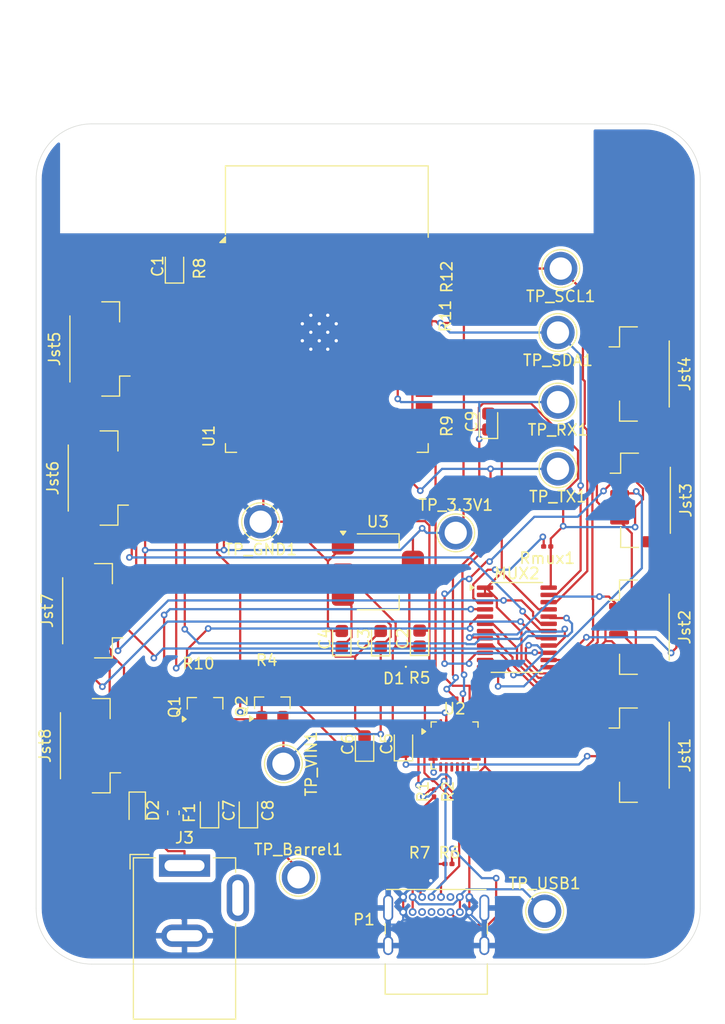
<source format=kicad_pcb>
(kicad_pcb (version 20241229) (generator "pcbnew") (generator_version "9.0")
  (layers (0 "F.Cu" signal) (2 "B.Cu" signal) (13 "F.Paste" user) (15 "B.Paste" user) (5 "F.SilkS" user "F.Silkscreen") (7 "B.SilkS" user "B.Silkscreen") (1 "F.Mask" user) (3 "B.Mask" user) (25 "Edge.Cuts" user))
  (net 0 "")
  (net 1 "/DTR_EN")
  (net 2 "GND")
  (net 3 "/Vcc3.3V_POWER")
  (net 4 "/VREG_IN_POWER")
  (net 5 "/Barrel_POWER")
  (net 6 "Net-(D1-K)")
  (net 7 "Net-(D2-K)")
  (net 8 "Net-(D2-A)")
  (net 9 "/SD1")
  (net 10 "/SC1")
  (net 11 "/SD2")
  (net 12 "/SC2")
  (net 13 "/SC3")
  (net 14 "/SD3")
  (net 15 "/SD4")
  (net 16 "/SC4")
  (net 17 "/SD5")
  (net 18 "/SC5")
  (net 19 "/SD6")
  (net 20 "/SC6")
  (net 21 "/SC7")
  (net 22 "/SD7")
  (net 23 "/SD0")
  (net 24 "/SC0")
  (net 25 "/SCL")
  (net 26 "/SDA")
  (net 27 "Net-(MUX2-~{RESET})")
  (net 28 "/USB_POWER")
  (net 29 "/D-")
  (net 30 "/D+")
  (net 31 "Net-(P1-CC)")
  (net 32 "Net-(P1-VCONN)")
  (net 33 "Net-(U2-VBUS)")
  (net 34 "/RTS_IO0")
  (net 35 "/RX")
  (net 36 "/TX")
  (footprint "Package_TO_SOT_SMD:SuperSOT-3" (layer "F.Cu") (at 120.7 131.9 90)
    (property "Reference" "Q1")
    (property "Value" "PMOS" (hide yes))
  )
  (footprint "Resistor_SMD:R_0201_0603Metric" (layer "F.Cu") (at 126.25 128.75)
    (property "Reference" "R4")
    (property "Value" "100KΩ" (hide yes))
  )
  (footprint "Capacitor_Tantalum_SMD:CP_EIA-1608-10_AVX-L" (layer "F.Cu") (at 146.2 106.25 90)
    (property "Reference" "C9")
    (property "Value" "0.1µF" (hide yes))
  )
  (footprint "Connector_BarrelJack:BarrelJack_GCT_DCJ200-10-A_Horizontal" (layer "F.Cu") (at 118.85 146.15)
    (property "Reference" "J3")
    (property "Value" "Barrel_Jack" (hide yes))
  )
  (footprint "Resistor_SMD:R_0201_0603Metric" (layer "F.Cu") (at 142.595 146 180)
    (property "Reference" "R6")
    (property "Value" "5.1KΩ" (hide yes))
  )
  (footprint "Package_TO_SOT_SMD:SuperSOT-3" (layer "F.Cu") (at 126.75 131.85 90)
    (property "Reference" "Q2")
    (property "Value" "PMOS" (hide yes))
  )
  (footprint "Package_DFN_QFN:QFN-24-1EP_4x4mm_P0.5mm_EP2.6x2.6mm" (layer "F.Cu") (at 143.15 135.35)
    (property "Reference" "U2")
    (property "Value" "CP2102N-Axx-xQFN24" (hide yes))
  )
  (footprint "TestPoint:TestPoint_Plated_Hole_D2.0mm" (layer "F.Cu") (at 152.45 110.5 180)
    (property "Reference" "TP_TX1")
    (property "Value" "TestPoint_TX" (hide yes))
  )
  (footprint "Capacitor_Tantalum_SMD:CP_EIA-1608-10_AVX-L" (layer "F.Cu") (at 140 125.75 90)
    (property "Reference" "C2")
    (property "Value" "0.1µF" (hide yes))
  )
  (footprint "TestPoint:TestPoint_Plated_Hole_D2.0mm" (layer "F.Cu") (at 143.25 116.25)
    (property "Reference" "TP_3.3V1")
    (property "Value" "TestPoint_3.3V" (hide yes))
  )
  (footprint "Connector_JST:JST_GH_BM04B-GHS-TBT_1x04-1MP_P1.25mm_Vertical" (layer "F.Cu") (at 159.85 124.725 -90)
    (property "Reference" "Jst2")
    (property "Value" "SM04B-SRSS-TB" (hide yes))
  )
  (footprint "Connector_JST:JST_GH_BM04B-GHS-TBT_1x04-1MP_P1.25mm_Vertical" (layer "F.Cu") (at 110.3 135.375 90)
    (property "Reference" "Jst8")
    (property "Value" "SM04B-SRSS-TB" (hide yes))
  )
  (footprint "Capacitor_Tantalum_SMD:CP_EIA-1608-10_AVX-L" (layer "F.Cu") (at 121.1 141.235 90)
    (property "Reference" "C7")
    (property "Value" "470uF" (hide yes))
  )
  (footprint "Resistor_SMD:R_0201_0603Metric" (layer "F.Cu") (at 121.2 92.655 -90)
    (property "Reference" "R8")
    (property "Value" "10KΩ" (hide yes))
  )
  (footprint "Capacitor_Tantalum_SMD:CP_EIA-1608-10_AVX-L" (layer "F.Cu") (at 136.5 125.785 90)
    (property "Reference" "C3")
    (property "Value" "0.1µF" (hide yes))
  )
  (footprint "Resistor_SMD:R_0201_0603Metric" (layer "F.Cu") (at 143.45 97.07 -90)
    (property "Reference" "R11")
    (property "Value" "10KΩ" (hide yes))
  )
  (footprint "TestPoint:TestPoint_Plated_Hole_D2.0mm" (layer "F.Cu") (at 152.45 98.25 180)
    (property "Reference" "TP_SDA1")
    (property "Value" "TestPoint_SDA" (hide yes))
  )
  (footprint "RF_Module:ESP32-WROOM-32" (layer "F.Cu") (at 131.655 99.135)
    (property "Reference" "U1")
    (property "Value" "ESP32-WROOM-32")
  )
  (footprint "Connector_JST:JST_GH_BM04B-GHS-TBT_1x04-1MP_P1.25mm_Vertical" (layer "F.Cu") (at 159.95 113.325 -90)
    (property "Reference" "Jst3")
    (property "Value" "SM04B-SRSS-TB" (hide yes))
  )
  (footprint "Connector_JST:JST_GH_BM04B-GHS-TBT_1x04-1MP_P1.25mm_Vertical" (layer "F.Cu") (at 111.15 99.725 90)
    (property "Reference" "Jst5")
    (property "Value" "SM04B-SRSS-TB" (hide yes))
  )
  (footprint "Resistor_SMD:R_0201_0603Metric" (layer "F.Cu") (at 140.345 146)
    (property "Reference" "R7")
    (property "Value" "5.1KΩ" (hide yes))
  )
  (footprint "Connector_JST:JST_GH_BM04B-GHS-TBT_1x04-1MP_P1.25mm_Vertical" (layer "F.Cu") (at 111 111.325 90)
    (property "Reference" "Jst6")
    (property "Value" "SM04B-SRSS-TB" (hide yes))
  )
  (footprint "Capacitor_Tantalum_SMD:CP_EIA-1608-10_AVX-L" (layer "F.Cu") (at 138.55 135.215 90)
    (property "Reference" "C5")
    (property "Value" "0.1µF" (hide yes))
  )
  (footprint "TestPoint:TestPoint_Plated_Hole_D2.0mm" (layer "F.Cu") (at 125.7 115.25 180)
    (property "Reference" "TP_GND1")
    (property "Value" "TestPoint_GND" (hide yes))
  )
  (footprint "Capacitor_Tantalum_SMD:CP_EIA-1608-10_AVX-L" (layer "F.Cu") (at 133 125.785 90)
    (property "Reference" "C4")
    (property "Value" "10µF" (hide yes))
  )
  (footprint "Package_SO:TSSOP-24_4.4x7.8mm_P0.65mm" (layer "F.Cu") (at 148.75 124.75)
    (property "Reference" "MUX2")
    (property "Value" "TCA9548APWR" (hide yes))
  )
  (footprint "Resistor_SMD:R_0201_0603Metric" (layer "F.Cu") (at 120.105 129.05)
    (property "Reference" "R10")
    (property "Value" "100KΩ" (hide yes))
  )
  (footprint "Resistor_SMD:R_0201_0603Metric" (layer "F.Cu") (at 140.155 128.285)
    (property "Reference" "R5")
    (property "Value" "330Ω" (hide yes))
  )
  (footprint "LED_SMD:LED_0201_0603Metric" (layer "F.Cu") (at 137.905 128.285 180)
    (property "Reference" "D1")
    (property "Value" "LED" (hide yes))
  )
  (footprint "Diode_SMD:D_0603_1608Metric_Pad1.05x0.95mm_HandSolder" (layer "F.Cu") (at 114.6 141.2 -90)
    (property "Reference" "D2")
    (property "Value" "SS14" (hide yes))
  )
  (footprint "Capacitor_Tantalum_SMD:CP_EIA-1608-10_AVX-L" (layer "F.Cu") (at 135.05 135.25 90)
    (property "Reference" "C6")
    (property "Value" "0.1µF" (hide yes))
  )
  (footprint "Resistor_SMD:R_0201_0603Metric" (layer "F.Cu") (at 151.4825 117.475 180)
    (property "Reference" "Rmux1")
    (property "Value" "10k" (hide yes))
  )
  (footprint "Resistor_SMD:R_0201_0603Metric" (layer "F.Cu") (at 141.3 139.655 -90)
    (property "Reference" "R1")
    (property "Value" "5.1KΩ" (hide yes))
  )
  (footprint "Connector_JST:JST_GH_BM04B-GHS-TBT_1x04-1MP_P1.25mm_Vertical" (layer "F.Cu") (at 159.85 136.225 -90)
    (property "Reference" "Jst1")
    (property "Value" "SM04B-SRSS-TB" (hide yes))
  )
  (footprint "Resistor_SMD:R_0201_0603Metric" (layer "F.Cu") (at 143.55 139.655 -90)
    (property "Reference" "R2")
    (property "Value" "10KΩ" (hide yes))
  )
  (footprint "Fuse:Fuse_0603_1608Metric" (layer "F.Cu") (at 117.85 141.4125 -90)
    (property "Reference" "F1")
    (property "Value" "Fuse" (hide yes))
  )
  (footprint "Connector_JST:JST_GH_BM04B-GHS-TBT_1x04-1MP_P1.25mm_Vertical" (layer "F.Cu") (at 110.5 123.25 90)
    (property "Reference" "Jst7")
    (property "Value" "SM04B-SRSS-TB" (hide yes))
  )
  (footprint "Connector_JST:JST_GH_BM04B-GHS-TBT_1x04-1MP_P1.25mm_Vertical" (layer "F.Cu") (at 159.85 101.975 -90)
    (property "Reference" "Jst4")
    (property "Value" "SM04B-SRSS-TB" (hide yes))
  )
  (footprint "Resistor_SMD:R_0201_0603Metric" (layer "F.Cu") (at 143.45 106.905 -90)
    (property "Reference" "R9")
    (property "Value" "10KΩ" (hide yes))
  )
  (footprint "Capacitor_Tantalum_SMD:CP_EIA-1608-10_AVX-L" (layer "F.Cu") (at 124.6 141.235 90)
    (property "Reference" "C8")
    (property "Value" "0.1uF" (hide yes))
  )
  (footprint "Capacitor_Tantalum_SMD:CP_EIA-1608-10_AVX-L" (layer "F.Cu") (at 117.95 92.285 90)
    (property "Reference" "C1")
    (property "Value" "100nF" (hide yes))
  )
  (footprint "Connector_USB:USB_C_Receptacle_GCT_USB4085" (layer "F.Cu") (at 138.525 148.975)
    (property "Reference" "P1")
    (property "Value" "USB_C_Plug_USB2.0" (hide yes))
  )
  (footprint "TestPoint:TestPoint_Plated_Hole_D2.0mm" (layer "F.Cu") (at 129.1 147.2)
    (property "Reference" "TP_Barrel1")
    (property "Value" "TestPoint_Barrel" (hide yes))
  )
  (footprint "TestPoint:TestPoint_Plated_Hole_D2.0mm" (layer "F.Cu") (at 151.25 150.25)
    (property "Reference" "TP_USB1")
    (property "Value" "TestPoint_USB" (hide yes))
  )
  (footprint "Resistor_SMD:R_0201_0603Metric" (layer "F.Cu") (at 143.45 93.905 90)
    (property "Reference" "R12")
    (property "Value" "10KΩ" (hide yes))
  )
  (footprint "TestPoint:TestPoint_Plated_Hole_D2.0mm" (layer "F.Cu") (at 152.7 92.5 180)
    (property "Reference" "TP_SCL1")
    (property "Value" "TestPoint_SCL" (hide yes))
  )
  (footprint "TestPoint:TestPoint_Plated_Hole_D2.0mm" (layer "F.Cu") (at 127.75 137 -90)
    (property "Reference" "TP_VIN1")
    (property "Value" "TestPoint_VIN" (hide yes))
  )
  (footprint "Package_TO_SOT_SMD:SOT-223-3_TabPin2" (layer "F.Cu") (at 136.25 119.75)
    (property "Reference" "U3")
    (property "Value" "AMS1117-3.3" (hide yes))
  )
  (footprint "TestPoint:TestPoint_Plated_Hole_D2.0mm" (layer "F.Cu") (at 152.45 104.5 180)
    (property "Reference" "TP_RX1")
    (property "Value" "TestPoint_RX" (hide yes))
  )
  (gr_arc (start 110.5 155) (mid 106.964466 153.535534) (end 105.5 150) (stroke (width 0.05)) (layer "Edge.Cuts"))
  (gr_arc (start 160.25 79.5) (mid 163.785534 80.964466) (end 165.25 84.5) (stroke (width 0.05)) (layer "Edge.Cuts"))
  (gr_line (start 165.25 84.5) (end 165.25 150) (stroke (width 0.05)) (layer "Edge.Cuts"))
  (gr_line (start 110.5 79.5) (end 160.25 79.5) (stroke (width 0.05)) (layer "Edge.Cuts"))
  (gr_arc (start 105.5 84.5) (mid 106.964466 80.964466) (end 110.5 79.5) (stroke (width 0.05)) (layer "Edge.Cuts"))
  (gr_line (start 105.5 150) (end 105.5 84.5) (stroke (width 0.05)) (layer "Edge.Cuts"))
  (gr_line (start 160.25 155) (end 110.5 155) (stroke (width 0.05)) (layer "Edge.Cuts"))
  (gr_arc (start 165.25 150) (mid 163.785534 153.535534) (end 160.25 155) (stroke (width 0.05)) (layer "Edge.Cuts"))
  (segment (start 121.2 92.975) (end 121.2 93) (width 0.2) (layer "F.Cu") (net 1))
  (segment (start 121.2 93) (end 117.95 93) (width 0.2) (layer "F.Cu") (net 1))
  (segment (start 121.625 93.425) (end 121.7861 93.425) (width 0.2) (layer "F.Cu") (net 1))
  (segment (start 123.8603 132.368) (end 123.8603 120.1394) (width 0.2) (layer "F.Cu") (net 1))
  (segment (start 142.4 132.5377) (end 142.2802 132.4179) (width 0.2) (layer "F.Cu") (net 1))
  (segment (start 142.4 133.4125) (end 142.4 132.5377) (width 0.2) (layer "F.Cu") (net 1))
  (segment (start 121.2 93) (end 121.625 93.425) (width 0.2) (layer "F.Cu") (net 1))
  (segment (start 121.7861 93.425) (end 122.905 93.425) (width 0.2) (layer "F.Cu") (net 1))
  (segment (start 121.7861 118.0652) (end 121.7861 93.425) (width 0.2) (layer "F.Cu") (net 1))
  (segment (start 123.8603 120.1394) (end 121.7861 118.0652) (width 0.2) (layer "F.Cu") (net 1))
  (via (at 142.2802 132.4179) (size 0.6) (drill 0.3) (layers "F.Cu" "B.Cu") (net 1))
  (via (at 123.8603 132.368) (size 0.6) (drill 0.3) (layers "F.Cu" "B.Cu") (net 1))
  (segment (start 123.9102 132.4179) (end 123.8603 132.368) (width 0.2) (layer "B.Cu") (net 1))
  (segment (start 142.2802 132.4179) (end 123.9102 132.4179) (width 0.2) (layer "B.Cu") (net 1))
  (segment (start 159.454 136.7978) (end 159.454 125.0885) (width 0.2) (layer "F.Cu") (net 2))
  (segment (start 111.5418 108.2917) (end 112.7001 109.45) (width 0.2) (layer "F.Cu") (net 2))
  (segment (start 157.9 138.1) (end 158.1518 138.1) (width 0.2) (layer "F.Cu") (net 2))
  (segment (start 132.4404 127.3666) (end 132.1187 127.0449) (width 0.2) (layer "F.Cu") (net 2))
  (segment (start 144.1919 139.7501) (end 144.1919 139.75) (width 0.2) (layer "F.Cu") (net 2))
  (segment (start 112.1162 127.861) (end 112.1162 133.3662) (width 0.2) (layer "F.Cu") (net 2))
  (segment (start 112.0465 111.3477) (end 111.7977 111.0989) (width 0.2) (layer "F.Cu") (net 2))
  (segment (start 134.2034 127.3666) (end 132.4404 127.3666) (width 0.2) (layer "F.Cu") (net 2))
  (segment (start 131.7375 96.7) (end 131.7375 98.225) (width 0.2) (layer "F.Cu") (net 2))
  (segment (start 140.475 128.285) (end 140.8821 127.8779) (width 0.2) (layer "F.Cu") (net 2))
  (segment (start 146.9507 122.9413) (end 149.1635 125.1541) (width 0.2) (layer "F.Cu") (net 2))
  (segment (start 143.7769 139.3349) (end 145.8875 137.2243) (width 0.2) (layer "F.Cu") (net 2))
  (segment (start 133.1 117.45) (end 131.7526 118.7974) (width 0.2) (layer "F.Cu") (net 2))
  (segment (start 114.1023 111.6786) (end 114.1023 111.6126) (width 0.2) (layer "F.Cu") (net 2))
  (segment (start 150.6889 129.2784) (end 153.4256 129.2784) (width 0.2) (layer "F.Cu") (net 2))
  (segment (start 144.475 140.0332) (end 144.1919 139.7501) (width 0.2) (layer "F.Cu") (net 2))
  (segment (start 156.7225 125.9815) (end 156.7225 124.9607) (width 0.2) (layer "F.Cu") (net 2))
  (segment (start 131.7526 124.7039) (end 131.7526 118.7974) (width 0.2) (layer "F.Cu") (net 2))
  (segment (start 110.6888 135.7835) (end 110.6888 137.8673) (width 0.2) (layer "F.Cu") (net 2))
  (segment (start 134.2034 127.3666) (end 134.2034 133.6884) (width 0.2) (layer "F.Cu") (net 2))
  (segment (start 150.7034 123.125) (end 151.6125 123.125) (width 0.2) (layer "F.Cu") (net 2))
  (segment (start 129.45 96.7) (end 129.45 97.4625) (width 0.2) (layer "F.Cu") (net 2))
  (segment (start 118.635 90.885) (end 117.95 91.57) (width 0.2) (layer "F.Cu") (net 2))
  (segment (start 112.45 121.375) (end 112.174 121.375) (width 0.2) (layer "F.Cu") (net 2))
  (segment (start 146.9507 122.1623) (end 146.9507 122.9413) (width 0.2) (layer "F.Cu") (net 2))
  (segment (start 110.8942 122.6548) (end 110.8942 125.9982) (width 0.2) (layer "F.Cu") (net 2))
  (segment (start 140.665 146) (end 141.0043 146) (width 0.2) (layer "F.Cu") (net 2))
  (segment (start 128.2052 115.25) (end 125.7 115.25) (width 0.2) (layer "F.Cu") (net 2))
  (segment (start 112.1162 133.3662) (end 112.1163 133.3662) (width 0.2) (layer "F.Cu") (net 2))
  (segment (start 112.1163 133.3662) (end 112.25 133.5) (width 0.2) (layer "F.Cu") (net 2))
  (segment (start 145.9255 121.1371) (end 145.8876 121.175) (width 0.2) (layer "F.Cu") (net 2))
  (segment (start 157.9 138.1) (end 146.7632 138.1) (width 0.2) (layer "F.Cu") (net 2))
  (segment (start 159.454 125.0885) (end 159.0905 124.725) (width 0.2) (layer "F.Cu") (net 2))
  (segment (start 140.8821 125.035) (end 140.8821 115.59) (width 0.2) (layer "F.Cu") (net 2))
  (segment (start 157.2815 125.9815) (end 157.9 126.6) (width 0.2) (layer "F.Cu") (net 2))
  (segment (start 157.7018 115.2) (end 158 115.2) (width 0.2) (layer "F.Cu") (net 2))
  (segment (start 125.945 100.5767) (end 125.945 92.8733) (width 0.2) (layer "F.Cu") (net 2))
  (segment (start 113.8374 111.3477) (end 112.0465 111.3477) (width 0.2) (layer "F.Cu") (net 2))
  (segment (start 149.1635 125.1541) (end 149.1636 125.1541) (width 0.2) (layer "F.Cu") (net 2))
  (segment (start 142.4 134.6) (end 141.2125 134.6) (width 0.2) (layer "F.Cu") (net 2))
  (segment (start 113.1 96.42) (end 117.95 91.57) (width 0.2) (layer "F.Cu") (net 2))
  (segment (start 140.4885 115.1964) (end 135.3536 115.1964) (width 0.2) (layer "F.Cu") (net 2))
  (segment (start 113.1 97.85) (end 113.1 96.42) (width 0.2) (layer "F.Cu") (net 2))
  (segment (start 137.175 149.955) (end 137.175 148.4533) (width 0.2) (layer "F.Cu") (net 2))
  (segment (start 132.5 96.7) (end 133.3267 96.7) (width 0.2) (layer "F.Cu") (net 2))
  (segment (start 111.2295 126.799) (end 111.8312 127.4007) (width 0.2) (layer "F.Cu") (net 2))
  (segment (start 131.7375 99.75) (end 131.7375 98.225) (width 0.2) (layer "F.Cu") (net 2))
  (segment (start 143.7768 139.335) (end 143.7769 139.3349) (width 0.2) (layer "F.Cu") (net 2))
  (segment (start 140.8821 125.035) (end 140 125.035) (width 0.2) (layer "F.Cu") (net 2))
  (segment (start 153.4256 129.2784) (end 156.7225 125.9815) (width 0.2) (layer "F.Cu") (net 2))
  (segment (start 130.2125 96.7) (end 130.2125 98.225) (width 0.2) (layer "F.Cu") (net 2))
  (segment (start 112.8261 97.85) (end 111.5418 99.1343) (width 0.2) (layer "F.Cu") (net 2))
  (segment (start 139.1417 90.885) (end 140.405 90.885) (width 0.2) (layer "F.Cu") (net 2))
  (segment (start 132.5 99.75) (end 132.5 98.9875) (width 0.2) (layer "F.Cu") (net 2))
  (segment (start 145.8875 121.175) (end 145.8875 121.825) (width 0.2) (layer "F.Cu") (net 2))
  (segment (start 140.8821 127.8779) (end 140.8821 125.035) (width 0.2) (layer "F.Cu") (net 2))
  (segment (start 147.3926 119.8142) (end 150.7034 123.125) (width 0.2) (layer "F.Cu") (net 2))
  (segment (start 113.1 97.85) (end 112.8261 97.85) (width 0.2) (layer "F.Cu") (net 2))
  (segment (start 111.0403 135.432) (end 110.6888 135.7835) (width 0.2) (layer "F.Cu") (net 2))
  (segment (start 146.0697 121.1371) (end 147.3926 119.8142) (width 0.2) (layer "F.Cu") (net 2))
  (segment (start 144.475 148.975) (end 144.475 140.0332) (width 0.2) (layer "F.Cu") (net 2))
  (segment (start 138.55 134.5) (end 140.3019 134.5) (width 0.2) (layer "F.Cu") (net 2))
  (segment (start 118.85 152.45) (end 118.85 151.1483) (width 0.2) (layer "F.Cu") (net 2))
  (segment (start 111.5418 99.1343) (end 111.5418 108.2917) (width 0.2) (layer "F.Cu") (net 2))
  (segment (start 125.945 92.8733) (end 123.9567 90.885) (width 0.2) (layer "F.Cu") (net 2))
  (segment (start 129.2417 140.52) (end 137.175 148.4533) (width 0.2) (layer "F.Cu") (net 2))
  (segment (start 111.0403 143.3386) (end 118.85 151.1483) (width 0.2) (layer "F.Cu") (net 2))
  (segment (start 130.975 96.7) (end 130.975 97.4625) (width 0.2) (layer "F.Cu") (net 2))
  (segment (start 136.5 125.07) (end 134.2034 127.3666) (width 0.2) (layer "F.Cu") (net 2))
  (segment (start 129.45 98.9875) (end 129.45 98.225) (width 0.2) (layer "F.Cu") (net 2))
  (segment (start 132.1187 125.07) (end 133 125.07) (width 0.2) (layer "F.Cu") (net 2))
  (segment (start 134.2034 133.6884) (end 135.05 134.535) (width 0.2) (layer "F.Cu") (net 2))
  (segment (start 146.7632 138.1) (end 145.8875 137.2243) (width 0.2) (layer "F.Cu") (net 2))
  (segment (start 155.9494 113.4476) (end 157.7018 115.2) (width 0.2) (layer "F.Cu") (net 2))
  (segment (start 156.7225 124.9607) (end 156.9582 124.725) (width 0.2) (layer "F.Cu") (net 2))
  (segment (start 112.95 109.45) (end 112.7001 109.45) (width 0.2) (layer "F.Cu") (net 2))
  (segment (start 135.3536 115.1964) (end 133.1 117.45) (width 0.2) (layer "F.Cu") (net 2))
  (segment (start 144.475 150.325) (end 144.475 148.975) (width 0.2) (layer "F.Cu") (net 2))
  (segment (start 157.9 103.85) (end 155.9494 105.8006) (width 0.2) (layer "F.Cu") (net 2))
  (segment (start 114.1023 111.6126) (end 113.8374 111.3477) (width 0.2) (layer "F.Cu") (net 2))
  (segment (start 137.175 153.335) (end 137.175 149.955) (width 0.2) (layer "F.Cu") (net 2))
  (segment (start 144.1919 139.75) (end 143.7769 139.3349) (width 0.2) (layer "F.Cu") (net 2))
  (segment (start 145.8876 121.175) (end 145.8875 121.175) (width 0.2) (layer "F.Cu") (net 2))
  (segment (start 159.0905 116.2905) (end 159.0905 124.725) (width 0.2) (layer "F.Cu") (net 2))
  (segment (start 111.7977 110.3524) (end 112.7001 109.45) (width 0.2) (layer "F.Cu") (net 2))
  (segment (start 112.45 121.375) (end 114.504 119.321) (width 0.2) (layer "F.Cu") (net 2))
  (segment (start 143.15 135.35) (end 142.4 134.6) (width 0.2) (layer "F.Cu") (net 2))
  (segment (start 141.0043 146) (end 141.0043 147.5005) (width 0.2) (layer "F.Cu") (net 2))
  (segment (start 111.0403 134.4422) (end 111.0403 135.432) (width 0.2) (layer "F.Cu") (net 2))
  (segment (start 147.3926 119.8142) (end 147.3926 106.7276) (width 0.2) (layer "F.Cu") (net 2))
  (segment (start 125.945 100.5767) (end 125.945 108.645) (width 0.2) (layer "F.Cu") (net 2))
  (segment (start 132.5 96.7) (end 132.5 97.4625) (width 0.2) (layer "F.Cu") (net 2))
  (segment (start 145.9255 121.1371) (end 146.9507 122.1623) (width 0.2) (layer "F.Cu") (net 2))
  (segment (start 110.8942 125.9982) (end 111.2295 126.3335) (width 0.2) (layer "F.Cu") (net 2))
  (segment (start 149.1636 125.1541) (end 149.1636 127.7531) (width 0.2) (layer "F.Cu") (net 2))
  (segment (start 156.9582 124.725) (end 159.0905 124.725) (width 0.2) (layer "F.Cu") (net 2))
  (segment (start 145.8875 137.2243) (end 145.8875 128.325) (width 0.2) (layer "F.Cu") (net 2))
  (segment (start 149.1636 127.7531) (end 150.6889 129.2784) (width 0.2) (layer "F.Cu") (net 2))
  (segment (start 125.945 115.005) (end 125.945 108.645) (width 0.2) (layer "F.Cu") (net 2))
  (segment (start 138.525 148.975) (end 138.525 150.325) (width 0.2) (layer "F.Cu") (net 2))
  (segment (start 140.8821 115.59) (end 140.4885 115.1964) (width 0.2) (layer "F.Cu") (net 2))
  (segment (start 140.4768 128.2868) (end 140.475 128.285) (width 0.2) (layer "F.Cu") (net 2))
  (segment (start 132.1187 125.07) (end 131.7526 124.7039) (width 0.2) (layer "F.Cu") (net 2))
  (segment (start 111.8312 127.576) (end 112.1162 127.861) (width 0.2) (layer "F.Cu") (net 2))
  (segment (start 122.905 90.885) (end 123.9567 90.885) (width 0.2) (layer "F.Cu") (net 2))
  (segment (start 131.7526 118.7974) (end 128.2052 115.25) (width 0.2) (layer "F.Cu") (net 2))
  (segment (start 132.5 97.4625) (end 132.5 98.225) (width 0.2) (layer "F.Cu") (net 2))
  (segment (start 140.3019 134.5) (end 140.4768 134.3251) (width 0.2) (layer "F.Cu") (net 2))
  (segment (start 110.6888 137.8673) (end 111.0403 138.2188) (width 0.2) (layer "F.Cu") (net 2))
  (segment (start 112.174 121.375) (end 110.8942 122.6548) (width 0.2) (layer "F.Cu") (net 2))
  (segment (start 122.905 90.885) (end 118.635 90.885) (width 0.2) (layer "F.Cu") (net 2))
  (segment (start 125.945 100.5767) (end 129.45 100.5767) (width 0.2) (layer "F.Cu") (net 2))
  (segment (start 130.975 99.75) (end 130.975 98.9875) (width 0.2) (layer "F.Cu") (net 2))
  (segment (start 125.7 115.25) (end 125.945 115.005) (width 0.2) (layer "F.Cu") (net 2))
  (segment (start 114.504 112.0803) (end 114.1023 111.6786) (width 0.2) (layer "F.Cu") (net 2))
  (segment (start 132.1187 127.0449) (end 132.1187 125.07) (width 0.2) (layer "F.Cu") (net 2))
  (segment (start 121.1 140.52) (end 124.6 140.52) (width 0.2) (layer "F.Cu") (net 2))
  (segment (start 132.5 98.225) (end 132.5 98.9875) (width 0.2) (layer "F.Cu") (net 2))
  (segment (start 130.975 97.4625) (end 130.975 98.225) (width 0.2) (layer "F.Cu") (net 2))
  (segment (start 140.7517 134.6) (end 140.4768 134.3251) (width 0.2) (layer "F.Cu") (net 2))
  (segment (start 111.0403 138.2188) (end 111.0403 143.3386) (width 0.2) (layer "F.Cu") (net 2))
  (segment (start 112.1163 133.3662) (end 111.0403 134.4422) (width 0.2) (layer "F.Cu") (net 2))
  (segment (start 111.7977 111.0989) (end 111.7977 110.3524) (width 0.2) (layer "F.Cu") (net 2))
  (segment (start 111.2295 126.3335) (end 111.2295 126.799) (width 0.2) (layer "F.Cu") (net 2))
  (segment (start 130.975 98.225) (end 130.975 98.9875) (width 0.2) (layer "F.Cu") (net 2))
  (segment (start 129.45 98.9875) (end 129.45 99.75) (width 0.2) (layer "F.Cu") (net 2))
  (segment (start 114.504 119.321) (end 114.504 112.0803) (width 0.2) (layer "F.Cu") (net 2))
  (segment (start 141.0043 146) (end 142.275 146) (width 0.2) (layer "F.Cu") (net 2))
  (segment (start 141.2125 134.6) (end 140.7517 134.6) (width 0.2) (layer "F.Cu") (net 2))
  (segment (start 143.55 139.335) (end 143.7768 139.335) (width 0.2) (layer "F.Cu") (net 2))
  (segment (start 155.9494 105.8006) (end 155.9494 113.4476) (width 0.2) (layer "F.Cu") (net 2))
  (segment (start 129.45 97.4625) (end 129.45 98.225) (width 0.2) (layer "F.Cu") (net 2))
  (segment (start 147.3926 106.7276) (end 146.2 105.535) (width 0.2) (layer "F.Cu") (net 2))
  (segment (start 140.4768 134.3251) (end 140.4768 128.2868) (width 0.2) (layer "F.Cu") (net 2))
  (segment (start 158.1518 138.1) (end 159.454 136.7978) (width 0.2) (layer "F.Cu") (net 2))
  (segment (start 145.9255 121.1371) (end 146.0697 121.1371) (width 0.2) (layer "F.Cu") (net 2))
  (segment (start 158 115.2) (end 159.0905 116.2905) (width 0.2) (layer "F.Cu") (net 2))
  (segment (start 129.45 99.75) (end 129.45 100.5767) (width 0.2) (layer "F.Cu") (net 2))
  (segment (start 133.3267 96.7) (end 139.1417 90.885) (width 0.2) (layer "F.Cu") (net 2))
  (segment (start 124.6 140.52) (end 129.2417 140.52) (width 0.2) (layer "F.Cu") (net 2))
  (segment (start 156.7225 125.9815) (end 157.2815 125.9815) (width 0.2) (layer "F.Cu") (net 2))
  (segment (start 111.8312 127.4007) (end 111.8312 127.576) (width 0.2) (layer "F.Cu") (net 2))
  (via (at 141.0043 147.5005) (size 0.6) (drill 0.3) (layers "F.Cu" "B.Cu") (net 2))
  (segment (start 130.975 98.225) (end 130.2125 98.225) (width 0.2) (layer "B.Cu") (net 2))
  (segment (start 137.175 149.955) (end 137.175 151.4567) (width 0.2) (layer "B.Cu") (net 2))
  (segment (start 132.5 98.9875) (end 131.7375 99.75) (width 0.2) (layer "B.Cu") (net 2))
  (segment (start 145.825 149.955) (end 145.825 151.4567) (width 0.2) (layer "B.Cu") (net 2))
  (segment (start 130.975 97.4625) (end 129.45 97.4625) (width 0.2) (layer "B.Cu") (net 2))
  (segment (start 141.0043 147.5005) (end 139.8574 147.5005) (width 0.2) (layer "B.Cu") (net 2))
  (segment (start 145.825 151.4567) (end 145.5136 151.4567) (width 0.2) (layer "B.Cu") (net 2))
  (segment (start 139.8574 147.5005) (end 138.525 148.8329) (width 0.2) (layer "B.Cu") (net 2))
  (segment (start 136.1817 152.45) (end 137.175 151.4567) (width 0.2) (layer "B.Cu") (net 2))
  (segment (start 138.525 151.0263) (end 143.8488 151.0263) (width 0.2) (layer "B.Cu") (net 2))
  (segment (start 144.475 150.4181) (end 144.475 150.325) (width 0.2) (layer "B.Cu") (net 2))
  (segment (start 138.525 151.0263) (end 138.0946 151.4567) (width 0.2) (layer "B.Cu") (net 2))
  (segment (start 138.525 148.8329) (end 138.525 148.975) (width 0.2) (layer "B.Cu") (net 2))
  (segment (start 131.7375 99.75) (end 130.2125 99.75) (width 0.2) (layer "B.Cu") (net 2))
  (segment (start 144.2584 150.6167) (end 144.475 150.4001) (width 0.2) (layer "B.Cu") (net 2))
  (segment (start 138.525 150.325) (end 138.525 151.0263) (width 0.2) (layer "B.Cu") (net 2))
  (segment (start 138.0946 151.4567) (end 137.175 151.4567) (width 0.2) (layer "B.Cu") (net 2))
  (segment (start 118.85 152.45) (end 136.1817 152.45) (width 0.2) (layer "B.Cu") (net 2))
  (segment (start 143.8488 151.0263) (end 144.2584 150.6167) (width 0.2) (layer "B.Cu") (net 2))
  (segment (start 130.975 98.225) (end 130.975 97.4625) (width 0.2) (layer "B.Cu") (net 2))
  (segment (start 145.5136 151.4567) (end 144.475 150.4181) (width 0.2) (layer "B.Cu") (net 2))
  (segment (start 131.7375 98.225) (end 130.975 98.225) (width 0.2) (layer "B.Cu") (net 2))
  (segment (start 144.2584 150.6167) (end 145.825 152.1833) (width 0.2) (layer "B.Cu") (net 2))
  (segment (start 144.475 150.4001) (end 144.475 150.325) (width 0.2) (layer "B.Cu") (net 2))
  (segment (start 145.825 153.335) (end 145.825 152.1833) (width 0.2) (layer "B.Cu") (net 2))
  (segment (start 143.9521 115.5479) (end 143.9521 106.965) (width 0.2) (layer "F.Cu") (net 3))
  (segment (start 137.585 126.725) (end 137.585 128.285) (width 0.2) (layer "F.Cu") (net 3))
  (segment (start 143.6087 96.75) (end 143.45 96.75) (width 0.2) (layer "F.Cu") (net 3))
  (segment (start 112.5189 134.75) (end 112.25 134.75) (width 0.2) (layer "F.Cu") (net 3))
  (segment (start 139.0771 126.465) (end 137.845 126.465) (width 0.2) (layer "F.Cu") (net 3))
  (segment (start 115.3058 120.0381) (end 112.7189 122.625) (width 0.2) (layer "F.Cu") (net 3))
  (segment (start 137.845 126.465) (end 137.845 124.353) (width 0.2) (layer "F.Cu") (net 3))
  (segment (start 143.9521 106.965) (end 143.9521 106.8961) (width 0.2) (layer "F.Cu") (net 3))
  (segment (start 138.7706 136.1506) (end 138.55 135.93) (width 0.2) (layer "F.Cu") (net 3))
  (segment (start 145.3323 106.965) (end 145.3323 105.0001) (width 0.2) (layer "F.Cu") (net 3))
  (segment (start 111.2959 123.4781) (end 111.2959 125.8319) (width 0.2) (layer "F.Cu") (net 3))
  (segment (start 112.7189 122.625) (end 112.45 122.625) (width 0.2) (layer "F.Cu") (net 3))
  (segment (start 112.2314 126.7674) (end 112.2314 127.1772) (width 0.2) (layer "F.Cu") (net 3))
  (segment (start 154.2516 108.8496) (end 154.2517 108.8496) (width 0.2) (layer "F.Cu") (net 3))
  (segment (start 122.3958 109.805) (end 123.9567 108.2441) (width 0.2) (layer "F.Cu") (net 3))
  (segment (start 139.4 116.676) (end 139.4 119.75) (width 0.2) (layer "F.Cu") (net 3))
  (segment (start 111.9435 103.8878) (end 114.1271 106.0714) (width 0.2) (layer "F.Cu") (net 3))
  (segment (start 113.7577 110.7) (end 112.95 110.7) (width 0.2) (layer "F.Cu") (net 3))
  (segment (start 113.7577 110.7) (end 115.3058 112.2481) (width 0.2) (layer "F.Cu") (net 3))
  (segment (start 112.45 122.625) (end 112.149 122.625) (width 0.2) (layer "F.Cu") (net 3))
  (segment (start 152.9194 112.7152) (end 152.9194 115.6485) (width 0.2) (layer "F.Cu") (net 3))
  (segment (start 155.0784 136.3175) (end 157.3675 136.3175) (width 0.2) (layer "F.Cu") (net 3))
  (segment (start 145.3323 105.0001) (end 145.7177 104.6147) (width 0.2) (layer "F.Cu") (net 3))
  (segment (start 111.2959 125.8319) (end 112.2314 126.7674) (width 0.2) (layer "F.Cu") (net 3))
  (segment (start 141.2125 136.6) (end 141.266 136.6535) (width 0.2) (layer "F.Cu") (net 3))
  (segment (start 159.5474 103.9922) (end 158.1552 102.6) (width 0.2) (layer "F.Cu") (net 3))
  (segment (start 138.55 135.93) (end 137.585 135.93) (width 0.2) (layer "F.Cu") (net 3))
  (segment (start 111.9435 100.0168) (end 111.9435 103.8878) (width 0.2) (layer "F.Cu") (net 3))
  (segment (start 154.2517 111.3829) (end 152.9194 112.7152) (width 0.2) (layer "F.Cu") (net 3))
  (segment (start 141.2125 136.1) (end 141.2125 136.6) (width 0.2) (layer "F.Cu") (net 3))
  (segment (start 159.3895 115.7321) (end 159.3895 113.95) (width 0.2) (layer "F.Cu") (net 3))
  (segment (start 112.149 122.625) (end 111.2959 123.4781) (width 0.2) (layer "F.Cu") (net 3))
  (segment (start 122.3958 117.7958) (end 122.3958 109.805) (width 0.2) (layer "F.Cu") (net 3))
  (segment (start 143.9521 106.8961) (end 143.641 106.585) (width 0.2) (layer "F.Cu") (net 3))
  (segment (start 151.8025 117.475) (end 151.8025 120.985) (width 0.2) (layer "F.Cu") (net 3))
  (segment (start 151.8025 120.985) (end 151.6125 121.175) (width 0.2) (layer "F.Cu") (net 3))
  (segment (start 112.2314 127.1772) (end 113.4059 128.3517) (width 0.2) (layer "F.Cu") (net 3))
  (segment (start 151.8025 116.7654) (end 151.8025 117.475) (width 0.2) (layer "F.Cu") (net 3))
  (segment (start 159.3895 113.95) (end 160.0966 113.2429) (width 0.2) (layer "F.Cu") (net 3))
  (segment (start 143.641 106.585) (end 143.9834 106.2426) (width 0.2) (layer "F.Cu") (net 3))
  (segment (start 158.1552 102.6) (end 157.9 102.6) (width 0.2) (layer "F.Cu") (net 3))
  (segment (start 143.9834 106.2426) (end 143.9834 97.1247) (width 0.2) (layer "F.Cu") (net 3))
  (segment (start 157.3675 136.3175) (end 157.9 136.85) (width 0.2) (layer "F.Cu") (net 3))
  (segment (start 143.45 94.225) (end 143.45 96.75) (width 0.2) (layer "F.Cu") (net 3))
  (segment (start 158.2031 125.35) (end 157.9 125.35) (width 0.2) (layer "F.Cu") (net 3))
  (segment (start 159.0523 135.9813) (end 159.0523 126.1992) (width 0.2) (layer "F.Cu") (net 3))
  (segment (start 115.3058 112.2481) (end 115.3058 117.8004) (width 0.2) (layer "F.Cu") (net 3))
  (segment (start 145.7177 104.6147) (end 150.0167 104.6147) (width 0.2) (layer "F.Cu") (net 3))
  (segment (start 121.38 92.155) (end 121.2 92.335) (width 0.2) (layer "F.Cu") (net 3))
  (segment (start 157.9 136.85) (end 158.1836 136.85) (width 0.2) (layer "F.Cu") (net 3))
  (segment (start 122.905 92.155) (end 123.9567 92.155) (width 0.2) (layer "F.Cu") (net 3))
  (segment (start 160.0966 112.2747) (end 159.5474 111.7255) (width 0.2) (layer "F.Cu") (net 3))
  (segment (start 160.0966 113.2429) (end 160.0966 112.2747) (width 0.2) (layer "F.Cu") (net 3))
  (segment (start 112.8603 99.1) (end 111.9435 100.0168) (width 0.2) (layer "F.Cu") (net 3))
  (segment (start 137.55 135.965) (end 137.585 135.93) (width 0.2) (layer "F.Cu") (net 3))
  (segment (start 123.9567 108.2441) (end 123.9567 92.155) (width 0.2) (layer "F.Cu") (net 3))
  (segment (start 154.2517 108.8496) (end 154.2517 111.3829) (width 0.2) (layer "F.Cu") (net 3))
  (segment (start 114.1271 106.0714) (end 114.1271 110.3306) (width 0.2) (layer "F.Cu") (net 3))
  (segment (start 152.9194 115.6485) (end 151.8025 116.7654) (width 0.2) (layer "F.Cu") (net 3))
  (segment (start 143.641 106.585) (end 143.45 106.585) (width 0.2) (layer "F.Cu") (net 3))
  (segment (start 143.9521 106.965) (end 145.3323 106.965) (width 0.2) (layer "F.Cu") (net 3))
  (segment (start 158 113.95) (end 159.3895 113.95) (width 0.2) (layer "F.Cu") (net 3))
  (segment (start 159.5474 111.7255) (end 159.5474 103.9922) (width 0.2) (layer "F.Cu") (net 3))
  (segment (start 143.25 116.25) (end 143.9521 115.5479) (width 0.2) (layer "F.Cu") (net 3))
  (segment (start 113.4059 128.3517) (end 113.4059 133.863) (width 0.2) (layer "F.Cu") (net 3))
  (segment (start 145.3323 106.965) (end 146.2 106.965) (width 0.2) (layer "F.Cu") (net 3))
  (segment (start 137.585 128.285) (end 137.585 135.93) (width 0.2) (layer "F.Cu") (net 3))
  (segment (start 140.2324 115.8436) (end 139.4 116.676) (width 0.2) (layer "F.Cu") (net 3))
  (segment (start 150.0167 104.6147) (end 154.2516 108.8496) (width 0.2) (layer "F.Cu") (net 3))
  (segment (start 158.1836 136.85) (end 159.0523 135.9813) (width 0.2) (layer "F.Cu") (net 3))
  (segment (start 122.905 92.155) (end 121.38 92.155) (width 0.2) (layer "F.Cu") (net 3))
  (segment (start 114.1271 110.3306) (end 113.7577 110.7) (width 0.2) (layer "F.Cu") (net 3))
  (segment (start 143.9834 97.1247) (end 143.6087 96.75) (width 0.2) (layer "F.Cu") (net 3))
  (segment (start 141.266 136.6535) (end 141.266 137.7732) (width 0.2) (layer "F.Cu") (net 3))
  (segment (start 159.0523 126.1992) (end 158.2031 125.35) (width 0.2) (layer "F.Cu") (net 3))
  (segment (start 140 126.465) (end 139.0771 126.465) (width 0.2) (layer "F.Cu") (net 3))
  (segment (start 135.05 135.965) (end 137.55 135.965) (width 0.2) (layer "F.Cu") (net 3))
  (segment (start 133.242 119.75) (end 133.1 119.75) (width 0.2) (layer "F.Cu") (net 3))
  (segment (start 138.7706 137.064) (end 138.7706 136.1506) (width 0.2) (layer "F.Cu") (net 3))
  (segment (start 139.0771 120.0729) (end 139.0771 126.465) (width 0.2) (layer "F.Cu") (net 3))
  (segment (start 137.845 124.353) (end 133.242 119.75) (width 0.2) (layer "F.Cu") (net 3))
  (segment (start 115.3058 117.8004) (end 115.3058 120.0381) (width 0.2) (layer "F.Cu") (net 3))
  (segment (start 137.845 126.465) (end 137.585 126.725) (width 0.2) (layer "F.Cu") (net 3))
  (segment (start 113.4059 133.863) (end 112.5189 134.75) (width 0.2) (layer "F.Cu") (net 3))
  (segment (start 113.1 99.1) (end 112.8603 99.1) (width 0.2) (layer "F.Cu") (net 3))
  (segment (start 139.4 119.75) (end 139.0771 120.0729) (width 0.2) (layer "F.Cu") (net 3))
  (via (at 152.9194 115.6485) (size 0.6) (drill 0.3) (layers "F.Cu" "B.Cu") (net 3))
  (via (at 159.3895 115.7321) (size 0.6) (drill 0.3) (layers "F.Cu" "B.Cu") (net 3))
  (via (at 122.3958 117.7958) (size 0.6) (drill 0.3) (layers "F.Cu" "B.Cu") (net 3))
  (via (at 141.266 137.7732) (size 0.6) (drill 0.3) (layers "F.Cu" "B.Cu") (net 3))
  (via (at 115.3058 117.8004) (size 0.6) (drill 0.3) (layers "F.Cu" "B.Cu") (net 3))
  (via (at 140.2324 115.8436) (size 0.6) (drill 0.3) (layers "F.Cu" "B.Cu") (net 3))
  (via (at 138.7706 137.064) (size 0.6) (drill 0.3) (layers "F.Cu" "B.Cu") (net 3))
  (via (at 155.0784 136.3175) (size 0.6) (drill 0.3) (layers "F.Cu" "B.Cu") (net 3))
  (segment (start 143.25 116.25) (end 140.6388 116.25) (width 0.2) (layer "B.Cu") (net 3))
  (segment (start 141.266 137.064) (end 154.3319 137.064) (width 0.2) (layer "B.Cu") (net 3))
  (segment (start 159.3895 115.7321) (end 153.003 115.7321) (width 0.2) (layer "B.Cu") (net 3))
  (segment (start 141.266 137.064) (end 138.7706 137.064) (width 0.2) (layer "B.Cu") (net 3))
  (segment (start 138.2802 117.7958) (end 122.3958 117.7958) (width 0.2) (layer "B.Cu") (net 3))
  (segment (start 153.003 115.7321) (end 152.9194 115.6485) (width 0.2) (layer "B.Cu") (net 3))
  (segment (start 122.3912 117.8004) (end 115.3058 117.8004) (width 0.2) (layer "B.Cu") (net 3))
  (segment (start 140.6388 116.25) (end 140.2324 115.8436) (width 0.2) (layer "B.Cu") (net 3))
  (segment (start 122.3958 117.7958) (end 122.3912 117.8004) (width 0.2) (layer "B.Cu") (net 3))
  (segment (start 141.266 137.064) (end 141.266 137.7732) (width 0.2) (layer "B.Cu") (net 3))
  (segment (start 154.3319 137.064) (end 155.0784 136.3175) (width 0.2) (layer "B.Cu") (net 3))
  (segment (start 140.2324 115.8436) (end 138.2802 117.7958) (width 0.2) (layer "B.Cu") (net 3))
  (segment (start 126.75 133.9) (end 125.85 133) (width 0.2) (layer "F.Cu") (net 4))
  (segment (start 125.8 133) (end 125.8 132.95) (width 0.2) (layer "F.Cu") (net 4))
  (segment (start 121.65 133) (end 121.65 129.4144) (width 0.2) (layer "F.Cu") (net 4))
  (segment (start 125.8 132.95) (end 125.8 128.88) (width 0.2) (layer "F.Cu") (net 4))
  (segment (start 137.0862 124.2168) (end 137.3958 124.5264) (width 0.2) (layer "F.Cu") (net 4))
  (segment (start 119.785 128.8081) (end 119.785 129.05) (width 0.2) (layer "F.Cu") (net 4))
  (segment (start 120.7182 128.4826) (end 120.1105 128.4826) (width 0.2) (layer "F.Cu") (net 4))
  (segment (start 119.785 132.965) (end 119.785 129.05) (width 0.2) (layer "F.Cu") (net 4))
  (segment (start 133.1 122.05) (end 133.8687 122.8187) (width 0.2) (layer "F.Cu") (net 4))
  (segment (start 125.85 133) (end 125.8 133) (width 0.2) (layer "F.Cu") (net 4))
  (segment (start 133.8687 125.6313) (end 133 126.5) (width 0.2) (layer "F.Cu") (net 4))
  (segment (start 119.75 133) (end 119.785 132.965) (width 0.2) (layer "F.Cu") (net 4))
  (segment (start 136.5 126.5) (end 136.5 134.3341) (width 0.2) (layer "F.Cu") (net 4))
  (segment (start 120.1105 128.4826) (end 119.785 128.8081) (width 0.2) (layer "F.Cu") (net 4))
  (segment (start 125.8 128.88) (end 125.93 128.75) (width 0.2) (layer "F.Cu") (net 4))
  (segment (start 127.75 137) (end 127.75 134.9) (width 0.2) (layer "F.Cu") (net 4))
  (segment (start 125.8 133) (end 121.65 133) (width 0.2) (layer "F.Cu") (net 4))
  (segment (start 137.3958 124.5264) (end 137.3958 125.6042) (width 0.2) (layer "F.Cu") (net 4))
  (segment (start 127.75 134.9) (end 126.75 133.9) (width 0.2) (layer "F.Cu") (net 4))
  (segment (start 133.8687 122.8187) (end 133.8687 124.2168) (width 0.2) (layer "F.Cu") (net 4))
  (segment (start 137.3958 125.6042) (end 136.5 126.5) (width 0.2) (layer "F.Cu") (net 4))
  (segment (start 121.65 129.4144) (end 120.7182 128.4826) (width 0.2) (layer "F.Cu") (net 4))
  (segment (start 127.7 132.95) (end 126.75 133.9) (width 0.2) (layer "F.Cu") (net 4))
  (segment (start 133.8687 124.2168) (end 133.8687 125.6313) (width 0.2) (layer "F.Cu") (net 4))
  (segment (start 133.8687 124.2168) (end 137.0862 124.2168) (width 0.2) (layer "F.Cu") (net 4))
  (via (at 136.5 134.3341) (size 0.6) (drill 0.3) (layers "F.Cu" "B.Cu") (net 4))
  (segment (start 127.75 137) (end 130.4159 134.3341) (width 0.2) (layer "B.Cu") (net 4))
  (segment (start 130.4159 134.3341) (end 136.5 134.3341) (width 0.2) (layer "B.Cu") (net 4))
  (segment (start 120.7 130.8) (end 120.425 130.525) (width 0.2) (layer "F.Cu") (net 5))
  (segment (start 129.1 147.2) (end 129.1 146.45) (width 0.2) (layer "F.Cu") (net 5))
  (segment (start 118.1 141.95) (end 117.85 142.2) (width 0.2) (layer "F.Cu") (net 5))
  (segment (start 121.1 141.95) (end 120.2267 141.95) (width 0.2) (layer "F.Cu") (net 5))
  (segment (start 120.2267 141.95) (end 120.2267 138.6085) (width 0.2) (layer "F.Cu") (net 5))
  (segment (start 124.6 141.95) (end 121.1 141.95) (width 0.2) (layer "F.Cu") (net 5))
  (segment (start 120.425 130.525) (end 120.425 129.05) (width 0.2) (layer "F.Cu") (net 5))
  (segment (start 120.7 138.1352) (end 120.7 130.8) (width 0.2) (layer "F.Cu") (net 5))
  (segment (start 129.1 146.45) (end 124.6 141.95) (width 0.2) (layer "F.Cu") (net 5))
  (segment (start 120.2267 141.95) (end 118.1 141.95) (width 0.2) (layer "F.Cu") (net 5))
  (segment (start 120.2267 138.6085) (end 120.7 138.1352) (width 0.2) (layer "F.Cu") (net 5))
  (segment (start 138.225 128.285) (end 139.835 128.285) (width 0.2) (layer "F.Cu") (net 6))
  (segment (start 114.9 140.625) (end 114.6 140.325) (width 0.2) (layer "F.Cu") (net 7))
  (segment (start 117.85 140.625) (end 114.9 140.625) (width 0.2) (layer "F.Cu") (net 7))
  (segment (start 117.3733 144.8483) (end 118.85 144.8483) (width 0.2) (layer "F.Cu") (net 8))
  (segment (start 118.85 146.15) (end 118.85 144.8483) (width 0.2) (layer "F.Cu") (net 8))
  (segment (start 114.6 142.075) (end 117.3733 144.8483) (width 0.2) (layer "F.Cu") (net 8))
  (segment (start 145.8875 124.425) (end 146.5917 124.425) (width 0.2) (layer "F.Cu") (net 9))
  (segment (start 153.2301 129.6801) (end 157.9 134.35) (width 0.2) (layer "F.Cu") (net 9))
  (segment (start 148.7619 127.9194) (end 150.5226 129.6801) (width 0.2) (layer "F.Cu") (net 9))
  (segment (start 148.7619 126.5952) (end 148.7619 127.9194) (width 0.2) (layer "F.Cu") (net 9))
  (segment (start 150.5226 129.6801) (end 153.2301 129.6801) (width 0.2) (layer "F.Cu") (net 9))
  (segment (start 146.5917 124.425) (end 148.7619 126.5952) (width 0.2) (layer "F.Cu") (net 9))
  (segment (start 148.3602 128.0857) (end 155.8745 135.6) (width 0.2) (layer "F.Cu") (net 10))
  (segment (start 147.2561 126.3227) (end 147.0898 126.1564) (width 0.2) (layer "F.Cu") (net 10))
  (segment (start 147.0898 125.619) (end 146.5458 125.075) (width 0.2) (layer "F.Cu") (net 10))
  (segment (start 148.3602 127.4268) (end 148.3602 128.0857) (width 0.2) (layer "F.Cu") (net 10))
  (segment (start 147.2561 126.3227) (end 148.3602 127.4268) (width 0.2) (layer "F.Cu") (net 10))
  (segment (start 146.5458 125.075) (end 145.8875 125.075) (width 0.2) (layer "F.Cu") (net 10))
  (segment (start 147.0898 126.1564) (end 147.0898 125.619) (width 0.2) (layer "F.Cu") (net 10))
  (segment (start 147.2561 126.3227) (end 147.0898 126.1564) (width 0.2) (layer "F.Cu") (net 10))
  (segment (start 155.8745 135.6) (end 157.9 135.6) (width 0.2) (layer "F.Cu") (net 10))
  (segment (start 157.0258 121.9758) (end 157.9 122.85) (width 0.2) (layer "F.Cu") (net 11))
  (segment (start 156.1798 121.9758) (end 157.0258 121.9758) (width 0.2) (layer "F.Cu") (net 11))
  (segment (start 156.1798 121.9758) (end 156.5699 121.9758) (width 0.2) (layer "F.Cu") (net 11))
  (segment (start 144.4796 125.6491) (end 145.8116 125.6491) (width 0.2) (layer "F.Cu") (net 11))
  (segment (start 156.5699 121.9758) (end 156.1798 121.9758) (width 0.2) (layer "F.Cu") (net 11))
  (segment (start 145.8116 125.6491) (end 145.8875 125.725) (width 0.2) (layer "F.Cu") (net 11))
  (via (at 144.4796 125.6491) (size 0.6) (drill 0.3) (layers "F.Cu" "B.Cu") (net 11))
  (via (at 156.1798 121.9758) (size 0.6) (drill 0.3) (layers "F.Cu" "B.Cu") (net 11))
  (segment (start 148.7758 125.3799) (end 152.1799 121.9758) (width 0.2) (layer "B.Cu") (net 11))
  (segment (start 156.1798 121.9758) (end 156.5699 121.9758) (width 0.2) (layer "B.Cu") (net 11))
  (segment (start 152.1799 121.9758) (end 156.1798 121.9758) (width 0.2) (layer "B.Cu") (net 11))
  (segment (start 156.5699 121.9758) (end 156.1798 121.9758) (width 0.2) (layer "B.Cu") (net 11))
  (segment (start 144.8646 125.3799) (end 148.7758 125.3799) (width 0.2) (layer "B.Cu") (net 11))
  (segment (start 144.5954 125.6491) (end 144.8646 125.3799) (width 0.2) (layer "B.Cu") (net 11))
  (segment (start 144.4796 125.6491) (end 144.5954 125.6491) (width 0.2) (layer "B.Cu") (net 11))
  (segment (start 156.0242 126.0784) (end 156.0242 125.0741) (width 0.2) (layer "F.Cu") (net 12))
  (segment (start 149.5653 127.5868) (end 150.8552 128.8767) (width 0.2) (layer "F.Cu") (net 12))
  (segment (start 156.9983 124.1) (end 157.9 124.1) (width 0.2) (layer "F.Cu") (net 12))
  (segment (start 147.9585 127.7714) (end 147.9585 128.5351) (width 0.2) (layer "F.Cu") (net 12))
  (segment (start 147.9585 128.5351) (end 148.4441 129.0207) (width 0.2) (layer "F.Cu") (net 12))
  (segment (start 146.5621 126.375) (end 147.9585 127.7714) (width 0.2) (layer "F.Cu") (net 12))
  (segment (start 156.0242 125.0741) (end 156.9983 124.1) (width 0.2) (layer "F.Cu") (net 12))
  (segment (start 149.8127 126.3527) (end 149.5653 126.6001) (width 0.2) (layer "F.Cu") (net 12))
  (segment (start 150.8552 128.8767) (end 153.2259 128.8767) (width 0.2) (layer "F.Cu") (net 12))
  (segment (start 153.2259 128.8767) (end 156.0242 126.0784) (width 0.2) (layer "F.Cu") (net 12))
  (segment (start 149.5653 126.6001) (end 149.5653 127.5868) (width 0.2) (layer "F.Cu") (net 12))
  (segment (start 145.8875 126.375) (end 146.5621 126.375) (width 0.2) (layer "F.Cu") (net 12))
  (via (at 148.4441 129.0207) (size 0.6) (drill 0.3) (layers "F.Cu" "B.Cu") (net 12))
  (via (at 149.8127 126.3527) (size 0.6) (drill 0.3) (layers "F.Cu" "B.Cu") (net 12))
  (segment (start 151.0042 126.7773) (end 151.0042 127.2018) (width 0.2) (layer "B.Cu") (net 12))
  (segment (start 150.5797 126.3528) (end 151.0042 126.7773) (width 0.2) (layer "B.Cu") (net 12))
  (segment (start 151.0042 127.2018) (end 149.1853 129.0207) (width 0.2) (layer "B.Cu") (net 12))
  (segment (start 149.8127 126.3528) (end 150.5797 126.3528) (width 0.2) (layer "B.Cu") (net 12))
  (segment (start 149.1853 129.0207) (end 148.4441 129.0207) (width 0.2) (layer "B.Cu") (net 12))
  (segment (start 149.8127 126.3527) (end 149.8127 126.3528) (width 0.2) (layer "B.Cu") (net 12))
  (segment (start 159.3188 112.7) (end 159.4949 112.5239) (width 0.2) (layer "F.Cu") (net 13))
  (segment (start 158 112.7) (end 159.3188 112.7) (width 0.2) (layer "F.Cu") (net 13))
  (segment (start 145.8875 127.675) (end 146.576 127.675) (width 0.2) (layer "F.Cu") (net 13))
  (segment (start 147.0658 128.1648) (end 147.0658 130.0435) (width 0.2) (layer "F.Cu") (net 13))
  (segment (start 146.576 127.675) (end 147.0658 128.1648) (width 0.2) (layer "F.Cu") (net 13))
  (via (at 159.4949 112.5239) (size 0.6) (drill 0.3) (layers "F.Cu" "B.Cu") (net 13))
  (via (at 147.0658 130.0435) (size 0.6) (drill 0.3) (layers "F.Cu" "B.Cu") (net 13))
  (segment (start 147.0658 130.0435) (end 149.3769 130.0435) (width 0.2) (layer "B.Cu") (net 13))
  (segment (start 149.3769 130.0435) (end 159.9961 119.4243) (width 0.2) (layer "B.Cu") (net 13))
  (segment (start 159.9961 113.0251) (end 159.4949 112.5239) (width 0.2) (layer "B.Cu") (net 13))
  (segment (start 159.9961 119.4243) (end 159.9961 113.0251) (width 0.2) (layer "B.Cu") (net 13))
  (segment (start 157.5881 111.45) (end 156.5511 112.487) (width 0.2) (layer "F.Cu") (net 14))
  (segment (start 144.4546 128) (end 144.4546 127.720401) (width 0.2) (layer "F.Cu") (net 14))
  (segment (start 142.25 121.7225) (end 142.25 128) (width 0.2) (layer "F.Cu") (net 14))
  (segment (start 146.013572 118.8311) (end 144.4546 120.390072) (width 0.2) (layer "F.Cu") (net 14))
  (segment (start 146.2963 118.8311) (end 146.013572 118.8311) (width 0.2) (layer "F.Cu") (net 14))
  (segment (start 158 111.45) (end 157.5881 111.45) (width 0.2) (layer "F.Cu") (net 14))
  (segment (start 144.4546 127.720401) (end 145.150001 127.025) (width 0.2) (layer "F.Cu") (net 14))
  (segment (start 145.150001 127.025) (end 145.8875 127.025) (width 0.2) (layer "F.Cu") (net 14))
  (via (at 156.5511 112.487) (size 0.6) (drill 0.3) (layers "F.Cu" "B.Cu") (net 14))
  (via (at 142.25 128) (size 0.6) (drill 0.3) (layers "F.Cu" "B.Cu") (net 14))
  (via (at 144.4546 128) (size 0.6) (drill 0.3) (layers "F.Cu" "B.Cu") (net 14))
  (via (at 142.25 121.7225) (size 0.6) (drill 0.3) (layers "F.Cu" "B.Cu") (net 14))
  (via (at 146.2963 118.8311) (size 0.6) (drill 0.3) (layers "F.Cu" "B.Cu") (net 14))
  (via (at 144.4546 120.390072) (size 0.6) (drill 0.3) (layers "F.Cu" "B.Cu") (net 14))
  (segment (start 142.25 121.7225) (end 142.5275 121.7225) (width 0.2) (layer "B.Cu") (net 14))
  (segment (start 156.5511 112.487) (end 154.2344 114.8037) (width 0.2) (layer "B.Cu") (net 14))
  (segment (start 150.3237 114.8037) (end 146.2963 118.8311) (width 0.2) (layer "B.Cu") (net 14))
  (segment (start 143.859928 120.390072) (end 144.4546 120.390072) (width 0.2) (layer "B.Cu") (net 14))
  (segment (start 142.25 128) (end 144.4546 128) (width 0.2) (layer "B.Cu") (net 14))
  (segment (start 142.5275 121.7225) (end 143.859928 120.390072) (width 0.2) (layer "B.Cu") (net 14))
  (segment (start 154.2344 114.8037) (end 150.3237 114.8037) (width 0.2) (layer "B.Cu") (net 14))
  (segment (start 153.1705 128.325) (end 151.6125 128.325) (width 0.2) (layer "F.Cu") (net 15))
  (segment (start 155.5477 122.1945) (end 155.6088 122.2556) (width 0.2) (layer "F.Cu") (net 15))
  (segment (start 157.5862 100.1) (end 155.5477 102.1385) (width 0.2) (layer "F.Cu") (net 15))
  (segment (start 155.6088 125.8867) (end 153.1705 128.325) (width 0.2) (layer "F.Cu") (net 15))
  (segment (start 155.6088 122.2556) (end 155.6088 125.8867) (width 0.2) (layer "F.Cu") (net 15))
  (segment (start 155.5477 102.1385) (end 155.5477 122.1945) (width 0.2) (layer "F.Cu") (net 15))
  (segment (start 157.9 100.1) (end 157.5862 100.1) (width 0.2) (layer "F.Cu") (net 15))
  (segment (start 159.1257 101.35) (end 163.1059 105.3302) (width 0.2) (layer "F.Cu") (net 16))
  (segment (start 151.6125 127.675) (end 152.9639 127.675) (width 0.2) (layer "F.Cu") (net 16))
  (segment (start 157.9 101.35) (end 159.1257 101.35) (width 0.2) (layer "F.Cu") (net 16))
  (segment (start 163.1059 105.3302) (end 163.1059 126.5651) (width 0.2) (layer "F.Cu") (net 16))
  (segment (start 152.9639 127.675) (end 155.0071 125.6318) (width 0.2) (layer "F.Cu") (net 16))
  (segment (start 163.1059 126.5651) (end 162.6313 127.0397) (width 0.2) (layer "F.Cu") (net 16))
  (via (at 162.6313 127.0397) (size 0.6) (drill 0.3) (layers "F.Cu" "B.Cu") (net 16))
  (via (at 155.0071 125.6318) (size 0.6) (drill 0.3) (layers "F.Cu" "B.Cu") (net 16))
  (segment (start 161.2234 125.6318) (end 155.0071 125.6318) (width 0.2) (layer "B.Cu") (net 16))
  (segment (start 162.6313 127.0397) (end 161.2234 125.6318) (width 0.2) (layer "B.Cu") (net 16))
  (segment (start 118.1037 106.6037) (end 118.1037 128.4092) (width 0.2) (layer "F.Cu") (net 17))
  (segment (start 150.3936 127.025) (end 150.3612 126.9926) (width 0.2) (layer "F.Cu") (net 17))
  (segment (start 151.6125 127.025) (end 150.3936 127.025) (width 0.2) (layer "F.Cu") (net 17))
  (segment (start 113.1 101.6) (end 118.1037 106.6037) (width 0.2) (layer "F.Cu") (net 17))
  (via (at 118.1037 128.4092) (size 0.6) (drill 0.3) (layers "F.Cu" "B.Cu") (net 17))
  (via (at 150.3612 126.9926) (size 0.6) (drill 0.3) (layers "F.Cu" "B.Cu") (net 17))
  (segment (start 118.1037 128.4092) (end 119.4685 127.0444) (width 0.2) (layer "B.Cu") (net 17))
  (segment (start 119.4685 127.0444) (end 143.8881 127.0444) (width 0.2) (layer "B.Cu") (net 17))
  (segment (start 143.8979 127.0542) (end 150.2996 127.0542) (width 0.2) (layer "B.Cu") (net 17))
  (segment (start 143.8881 127.0444) (end 143.8979 127.0542) (width 0.2) (layer "B.Cu") (net 17))
  (segment (start 150.2996 127.0542) (end 150.3612 126.9926) (width 0.2) (layer "B.Cu") (net 17))
  (segment (start 153.0622 125.6322) (end 152.3194 126.375) (width 0.2) (layer "F.Cu") (net 18))
  (segment (start 118.8734 105.8515) (end 113.3719 100.35) (width 0.2) (layer "F.Cu") (net 18))
  (segment (start 113.3719 100.35) (end 113.1 100.35) (width 0.2) (layer "F.Cu") (net 18))
  (segment (start 153.0622 124.8912) (end 153.0622 125.6322) (width 0.2) (layer "F.Cu") (net 18))
  (segment (start 118.8734 124.9079) (end 118.8734 105.8515) (width 0.2) (layer "F.Cu") (net 18))
  (segment (start 152.3194 126.375) (end 151.6125 126.375) (width 0.2) (layer "F.Cu") (net 18))
  (via (at 153.0622 124.8912) (size 0.6) (drill 0.3) (layers "F.Cu" "B.Cu") (net 18))
  (via (at 118.8734 124.9079) (size 0.6) (drill 0.3) (layers "F.Cu" "B.Cu") (net 18))
  (segment (start 152.8332 125.1202) (end 153.0622 124.8912) (width 0.2) (layer "B.Cu") (net 18))
  (segment (start 144.9685 126.2508) (end 145.4377 125.7816) (width 0.2) (layer "B.Cu") (net 18))
  (segment (start 144.1615 126.1818) (end 144.2305 126.2508) (width 0.2) (layer "B.Cu") (net 18))
  (segment (start 144.2305 126.2508) (end 144.9685 126.2508) (width 0.2) (layer "B.Cu") (net 18))
  (segment (start 120.1473 126.1818) (end 144.1615 126.1818) (width 0.2) (layer "B.Cu") (net 18))
  (segment (start 145.4377 125.7816) (end 148.9421 125.7816) (width 0.2) (layer "B.Cu") (net 18))
  (segment (start 149.6035 125.1202) (end 152.8332 125.1202) (width 0.2) (layer "B.Cu") (net 18))
  (segment (start 148.9421 125.7816) (end 149.6035 125.1202) (width 0.2) (layer "B.Cu") (net 18))
  (segment (start 118.8734 124.9079) (end 120.1473 126.1818) (width 0.2) (layer "B.Cu") (net 18))
  (segment (start 110.7279 126.3999) (end 110.8278 126.4998) (width 0.2) (layer "F.Cu") (net 19))
  (segment (start 110.7279 126.3999) (end 110.8278 126.4998) (width 0.2) (layer "F.Cu") (net 19))
  (segment (start 110.8278 129.4389) (end 111.4617 130.0728) (width 0.2) (layer "F.Cu") (net 19))
  (segment (start 110.8278 126.4998) (end 110.8278 129.4389) (width 0.2) (layer "F.Cu") (net 19))
  (segment (start 110.4925 126.1645) (end 110.7279 126.3999) (width 0.2) (layer "F.Cu") (net 19))
  (segment (start 151.6125 125.725) (end 150.5852 125.725) (width 0.2) (layer "F.Cu") (net 19))
  (segment (start 150.5852 125.725) (end 149.0824 124.2222) (width 0.2) (layer "F.Cu") (net 19))
  (segment (start 112.95 113.2) (end 112.95 118.8363) (width 0.2) (layer "F.Cu") (net 19))
  (segment (start 112.95 118.8363) (end 110.4925 121.2938) (width 0.2) (layer "F.Cu") (net 19))
  (segment (start 110.4925 121.2938) (end 110.4925 126.1645) (width 0.2) (layer "F.Cu") (net 19))
  (via (at 111.4617 130.0728) (size 0.6) (drill 0.3) (layers "F.Cu" "B.Cu") (net 19))
  (via (at 149.0824 124.2222) (size 0.6) (drill 0.3) (layers "F.Cu" "B.Cu") (net 19))
  (segment (start 111.4617 130.0728) (end 117.3123 124.2222) (width 0.2) (layer "B.Cu") (net 19))
  (segment (start 117.3123 124.2222) (end 149.0824 124.2222) (width 0.2) (layer "B.Cu") (net 19))
  (segment (start 150.9504 125.075) (end 149.269 123.3936) (width 0.2) (layer "F.Cu") (net 20))
  (segment (start 114.1023 112.8616) (end 114.1023 118.2511) (width 0.2) (layer "F.Cu") (net 20))
  (segment (start 151.6125 125.075) (end 150.9504 125.075) (width 0.2) (layer "F.Cu") (net 20))
  (segment (start 114.1023 118.2511) (end 113.8941 118.4593) (width 0.2) (layer "F.Cu") (net 20))
  (segment (start 112.95 111.95) (end 113.1907 111.95) (width 0.2) (layer "F.Cu") (net 20))
  (segment (start 149.269 123.3936) (end 149.269 123.2967) (width 0.2) (layer "F.Cu") (net 20))
  (segment (start 113.1907 111.95) (end 114.1023 112.8616) (width 0.2) (layer "F.Cu") (net 20))
  (via (at 113.8941 118.4593) (size 0.6) (drill 0.3) (layers "F.Cu" "B.Cu") (net 20))
  (via (at 149.269 123.2967) (size 0.6) (drill 0.3) (layers "F.Cu" "B.Cu") (net 20))
  (segment (start 144.5401 118.4593) (end 149.269 123.1882) (width 0.2) (layer "B.Cu") (net 20))
  (segment (start 149.269 123.1882) (end 149.269 123.2967) (width 0.2) (layer "B.Cu") (net 20))
  (segment (start 113.8941 118.4593) (end 144.5401 118.4593) (width 0.2) (layer "B.Cu") (net 20))
  (segment (start 116.0928 127.2583) (end 116.0928 127.4964) (width 0.2) (layer "F.Cu") (net 21))
  (segment (start 112.45 123.875) (end 112.7095 123.875) (width 0.2) (layer "F.Cu") (net 21))
  (segment (start 151.7456 123.9081) (end 151.6125 123.775) (width 0.2) (layer "F.Cu") (net 21))
  (segment (start 153.2183 123.9081) (end 151.7456 123.9081) (width 0.2) (layer "F.Cu") (net 21))
  (segment (start 112.7095 123.875) (end 116.0928 127.2583) (width 0.2) (layer "F.Cu") (net 21))
  (via (at 116.0928 127.4964) (size 0.6) (drill 0.3) (layers "F.Cu" "B.Cu") (net 21))
  (via (at 153.2183 123.9081) (size 0.6) (drill 0.3) (layers "F.Cu" "B.Cu") (net 21))
  (segment (start 116.0928 127.4964) (end 116.9465 126.6427) (width 0.2) (layer "B.Cu") (net 21))
  (segment (start 148.6392 126.6525) (end 149.7698 125.5219) (width 0.2) (layer "B.Cu") (net 21))
  (segment (start 153.7178 125.1332) (end 153.7178 124.4076) (width 0.2) (layer "B.Cu") (net 21))
  (segment (start 153.3291 125.5219) (end 153.7178 125.1332) (width 0.2) (layer "B.Cu") (net 21))
  (segment (start 144.0642 126.6525) (end 148.6392 126.6525) (width 0.2) (layer "B.Cu") (net 21))
  (segment (start 144.0544 126.6427) (end 144.0642 126.6525) (width 0.2) (layer "B.Cu") (net 21))
  (segment (start 153.7178 124.4076) (end 153.2183 123.9081) (width 0.2) (layer "B.Cu") (net 21))
  (segment (start 149.7698 125.5219) (end 153.3291 125.5219) (width 0.2) (layer "B.Cu") (net 21))
  (segment (start 116.9465 126.6427) (end 144.0544 126.6427) (width 0.2) (layer "B.Cu") (net 21))
  (segment (start 151.6125 124.425) (end 150.9206 124.425) (width 0.2) (layer "F.Cu") (net 22))
  (segment (start 150.2135 123.3718) (end 149.1642 122.3225) (width 0.2) (layer "F.Cu") (net 22))
  (segment (start 112.8676 125.5426) (end 112.45 125.125) (width 0.2) (layer "F.Cu") (net 22))
  (segment (start 149.1642 122.3225) (end 147.5524 122.3225) (width 0.2) (layer "F.Cu") (net 22))
  (segment (start 150.9206 124.425) (end 150.2135 123.7179) (width 0.2) (layer "F.Cu") (net 22))
  (segment (start 150.2135 123.7179) (end 150.2135 123.3718) (width 0.2) (layer "F.Cu") (net 22))
  (segment (start 112.8676 126.843) (end 112.8676 125.5426) (width 0.2) (layer "F.Cu") (net 22))
  (via (at 147.5524 122.3225) (size 0.6) (drill 0.3) (layers "F.Cu" "B.Cu") (net 22))
  (via (at 112.8676 126.843) (size 0.6) (drill 0.3) (layers "F.Cu" "B.Cu") (net 22))
  (segment (start 147.5524 122.3225) (end 117.3881 122.3225) (width 0.2) (layer "B.Cu") (net 22))
  (segment (start 117.3881 122.3225) (end 112.8676 126.843) (width 0.2) (layer "B.Cu") (net 22))
  (segment (start 117.0185 123.6265) (end 117.0185 132.7761) (width 0.2) (layer "F.Cu") (net 23))
  (segment (start 117.0185 132.7761) (end 112.5446 137.25) (width 0.2) (layer "F.Cu") (net 23))
  (segment (start 144.6111 123.1074) (end 145.8699 123.1074) (width 0.2) (layer "F.Cu") (net 23))
  (segment (start 112.5446 137.25) (end 112.25 137.25) (width 0.2) (layer "F.Cu") (net 23))
  (segment (start 145.8699 123.1074) (end 145.8875 123.125) (width 0.2) (layer "F.Cu") (net 23))
  (via (at 144.6111 123.1074) (size 0.6) (drill 0.3) (layers "F.Cu" "B.Cu") (net 23))
  (via (at 117.0185 123.6265) (size 0.6) (drill 0.3) (layers "F.Cu" "B.Cu") (net 23))
  (segment (start 144.6111 123.1074) (end 117.5376 123.1074) (width 0.2) (layer "B.Cu") (net 23))
  (segment (start 117.5376 123.1074) (end 117.0185 123.6265) (width 0.2) (layer "B.Cu") (net 23))
  (segment (start 145.2257 123.775) (end 145.8875 123.775) (width 0.2) (layer "F.Cu") (net 24))
  (segment (start 111.097 137.5867) (end 111.4187 137.9084) (width 0.2) (layer "F.Cu") (net 24))
  (segment (start 111.097 136.8505) (end 111.097 137.5867) (width 0.2) (layer "F.Cu") (net 24))
  (segment (start 119.0732 131.9262) (end 119.0732 126.7564) (width 0.2) (layer "F.Cu") (net 24))
  (segment (start 119.0732 126.7564) (end 120.9823 124.8473) (width 0.2) (layer "F.Cu") (net 24))
  (segment (start 111.4187 137.9084) (end 113.091 137.9084) (width 0.2) (layer "F.Cu") (net 24))
  (segment (start 144.5463 124.4544) (end 145.2257 123.775) (width 0.2) (layer "F.Cu") (net 24))
  (segment (start 112.25 136) (end 111.9475 136) (width 0.2) (layer "F.Cu") (net 24))
  (segment (start 111.9475 136) (end 111.097 136.8505) (width 0.2) (layer "F.Cu") (net 24))
  (segment (start 113.091 137.9084) (end 119.0732 131.9262) (width 0.2) (layer "F.Cu") (net 24))
  (segment (start 144.5463 124.8473) (end 144.5463 124.4544) (width 0.2) (layer "F.Cu") (net 24))
  (via (at 120.9823 124.8473) (size 0.6) (drill 0.3) (layers "F.Cu" "B.Cu") (net 24))
  (via (at 144.5463 124.8473) (size 0.6) (drill 0.3) (layers "F.Cu" "B.Cu") (net 24))
  (segment (start 144.5463 124.8473) (end 120.9823 124.8473) (width 0.2) (layer "B.Cu") (net 24))
  (segment (start 155.0887 119.6843) (end 155.0887 107.0225) (width 0.2) (layer "F.Cu") (net 25))
  (segment (start 154.8602 106.4644) (end 154.8602 102.628) (width 0.2) (layer "F.Cu") (net 25))
  (segment (start 154.6954 102.4632) (end 154.6954 94.4954) (width 0.2) (layer "F.Cu") (net 25))
  (segment (start 154.8602 102.628) (end 154.6954 102.4632) (width 0.2) (layer "F.Cu") (net 25))
  (segment (start 155.0887 107.0225) (end 154.8602 106.794) (width 0.2) (layer "F.Cu") (net 25))
  (segment (start 140.405 93.425) (end 143.29 93.425) (width 0.2) (layer "F.Cu") (net 25))
  (segment (start 154.8602 106.794) (end 154.6954 106.6292) (width 0.2) (layer "F.Cu") (net 25))
  (segment (start 144.535 92.5) (end 152.7 92.5) (width 0.2) (layer "F.Cu") (net 25))
  (segment (start 151.6125 122.475) (end 152.298 122.475) (width 0.2) (layer "F.Cu") (net 25))
  (segment (start 154.6954 94.4954) (end 152.7 92.5) (width 0.2) (layer "F.Cu") (net 25))
  (segment (start 154.8602 102.628) (end 154.6954 102.4632) (width 0.2) (layer "F.Cu") (net 25))
  (segment (start 152.298 122.475) (end 155.0887 119.6843) (width 0.2) (layer "F.Cu") (net 25))
  (segment (start 143.29 93.425) (end 143.45 93.585) (width 0.2) (layer "F.Cu") (net 25))
  (segment (start 154.8602 106.794) (end 154.6954 106.6292) (width 0.2) (layer "F.Cu") (net 25))
  (segment (start 143.45 93.585) (end 144.535 92.5) (width 0.2) (layer "F.Cu") (net 25))
  (segment (start 154.6954 106.6292) (end 154.8602 106.4644) (width 0.2) (layer "F.Cu") (net 25))
  (segment (start 141.4567 97.235) (end 141.6117 97.39) (width 0.2) (layer "F.Cu") (net 26))
  (segment (start 154.487 111.9984) (end 154.487 119.6221) (width 0.2) (layer "F.Cu") (net 26))
  (segment (start 140.405 97.235) (end 141.4567 97.235) (width 0.2) (layer "F.Cu") (net 26))
  (segment (start 154.487 119.6221) (end 152.2841 121.825) (width 0.2) (layer "F.Cu") (net 26))
  (segment (start 141.8634 97.39) (end 143.45 97.39) (width 0.2) (layer "F.Cu") (net 26))
  (segment (start 152.2841 121.825) (end 151.6125 121.825) (width 0.2) (layer "F.Cu") (net 26))
  (segment (start 141.6117 97.39) (end 141.8634 97.39) (width 0.2) (layer "F.Cu") (net 26))
  (via (at 154.487 111.9984) (size 0.6) (drill 0.3) (layers "F.Cu" "B.Cu") (net 26))
  (via (at 141.8634 97.39) (size 0.6) (drill 0.3) (layers "F.Cu" "B.Cu") (net 26))
  (segment (start 142.7234 98.25) (end 152.45 98.25) (width 0.2) (layer "B.Cu") (net 26))
  (segment (start 152.45 98.25) (end 154.487 100.287) (width 0.2) (layer "B.Cu") (net 26))
  (segment (start 154.487 100.287) (end 154.487 111.9984) (width 0.2) (layer "B.Cu") (net 26))
  (segment (start 141.8634 97.39) (end 142.7234 98.25) (width 0.2) (layer "B.Cu") (net 26))
  (segment (start 145.8875 122.475) (end 145.1991 122.475) (width 0.2) (layer "F.Cu") (net 27))
  (segment (start 146.1282 119.565) (end 146.7909 119.565) (width 0.2) (layer "F.Cu") (net 27))
  (segment (start 145.1991 122.475) (end 144.828 122.1039) (width 0.2) (layer "F.Cu") (net 27))
  (segment (start 151.1625 116.6838) (end 151.1625 117.475) (width 0.2) (layer "F.Cu") (net 27))
  (segment (start 144.828 122.1039) (end 144.828 120.8652) (width 0.2) (layer "F.Cu") (net 27))
  (segment (start 144.828 120.8652) (end 146.1282 119.565) (width 0.2) (layer "F.Cu") (net 27))
  (segment (start 151.087 116.6083) (end 151.1625 116.6838) (width 0.2) (layer "F.Cu") (net 27))
  (via (at 151.087 116.6083) (size 0.6) (drill 0.3) (layers "F.Cu" "B.Cu") (net 27))
  (via (at 146.7909 119.565) (size 0.6) (drill 0.3) (layers "F.Cu" "B.Cu") (net 27))
  (segment (start 148.1303 119.565) (end 151.087 116.6083) (width 0.2) (layer "B.Cu") (net 27))
  (segment (start 146.7909 119.565) (end 148.1303 119.565) (width 0.2) (layer "B.Cu") (net 27))
  (segment (start 141.3 139.975) (end 139.375 141.9) (width 0.2) (layer "F.Cu") (net 28))
  (segment (start 139.375 141.9) (end 139.375 148.975) (width 0.2) (layer "F.Cu") (net 28))
  (segment (start 126.6482 128.8282) (end 126.6483 128.8282) (width 0.2) (layer "F.Cu") (net 28))
  (segment (start 126.75 130.75) (end 128.225 130.75) (width 0.2) (layer "F.Cu") (net 28))
  (segment (start 126.6483 130.6483) (end 126.75 130.75) (width 0.2) (layer "F.Cu") (net 28))
  (segment (start 128.225 130.75) (end 139.375 141.9) (width 0.2) (layer "F.Cu") (net 28))
  (segment (start 139.375 148.975) (end 139.375 150.325) (width 0.2) (layer "F.Cu") (net 28))
  (segment (start 143.625 150.325) (end 143.625 148.975) (width 0.2) (layer "F.Cu") (net 28))
  (segment (start 126.57 128.75) (end 126.6482 128.8282) (width 0.2) (layer "F.Cu") (net 28))
  (segment (start 126.6483 128.8282) (end 126.6483 130.6483) (width 0.2) (layer "F.Cu") (net 28))
  (segment (start 149.2785 148.2785) (end 151.25 150.25) (width 0.2) (layer "B.Cu") (net 28))
  (segment (start 139.375 149.0466) (end 139.9551 149.6267) (width 0.2) (layer "B.Cu") (net 28))
  (segment (start 143.625 148.975) (end 143.625 148.8524) (width 0.2) (layer "B.Cu") (net 28))
  (segment (start 139.9551 149.6267) (end 143.045 149.6267) (width 0.2) (layer "B.Cu") (net 28))
  (segment (start 143.625 148.8524) (end 144.1989 148.2785) (width 0.2) (layer "B.Cu") (net 28))
  (segment (start 143.045 149.6267) (end 143.625 149.0467) (width 0.2) (layer "B.Cu") (net 28))
  (segment (start 143.625 149.0467) (end 143.625 148.975) (width 0.2) (layer "B.Cu") (net 28))
  (segment (start 144.1989 148.2785) (end 149.2785 148.2785) (width 0.2) (layer "B.Cu") (net 28))
  (segment (start 139.375 148.975) (end 139.375 149.0466) (width 0.2) (layer "B.Cu") (net 28))
  (segment (start 141.925 148.975) (end 141.9251 148.975) (width 0.2) (layer "F.Cu") (net 29))
  (segment (start 143.5612 146.1978) (end 143.5612 140.7975) (width 0.2) (layer "F.Cu") (net 29))
  (segment (start 141.3176 138.5539) (end 141.1673 138.5539) (width 0.2) (layer "F.Cu") (net 29))
  (segment (start 140.436 135.9173) (end 140.7533 135.6) (width 0.2) (layer "F.Cu") (net 29))
  (segment (start 140.436 137.8226) (end 140.436 135.9173) (width 0.2) (layer "F.Cu") (net 29))
  (segment (start 141.1673 138.5539) (end 140.436 137.8226) (width 0.2) (layer "F.Cu") (net 29))
  (segment (start 140.7533 135.6) (end 141.2125 135.6) (width 0.2) (layer "F.Cu") (net 29))
  (segment (start 143.5612 140.7975) (end 141.3176 138.5539) (width 0.2) (layer "F.Cu") (net 29))
  (segment (start 141.9251 148.975) (end 141.9251 147.8339) (width 0.2) (layer "F.Cu") (net 29))
  (segment (start 141.9251 147.8339) (end 143.5612 146.1978) (width 0.2) (layer "F.Cu") (net 29))
  (segment (start 140.6461 135.1) (end 139.897 135.8491) (width 0.2) (layer "F.Cu") (net 30))
  (segment (start 141.2125 135.1) (end 140.6461 135.1) (width 0.2) (layer "F.Cu") (net 30))
  (segment (start 139.897 135.8491) (end 139.897 138.9151) (width 0.2) (layer "F.Cu") (net 30))
  (via (at 139.897 138.9151) (size 0.6) (drill 0.3) (layers "F.Cu" "B.Cu") (net 30))
  (segment (start 141.5266 138.375) (end 140.4371 138.375) (width 0.2) (layer "B.Cu") (net 30))
  (segment (start 142.3281 147.4625) (end 142.3281 139.2751) (width 0.2) (layer "B.Cu") (net 30))
  (segment (start 142.7963 138.3085) (end 142.4438 137.956) (width 0.2) (layer "B.Cu") (net 30))
  (segment (start 141.075 148.975) (end 141.075 148.7156) (width 0.2) (layer "B.Cu") (net 30))
  (segment (start 141.9455 137.956) (end 141.5266 138.3749) (width 0.2) (layer "B.Cu") (net 30))
  (segment (start 142.3281 139.2751) (end 142.7963 138.8069) (width 0.2) (layer "B.Cu") (net 30))
  (segment (start 141.5266 138.3749) (end 141.5266 138.375) (width 0.2) (layer "B.Cu") (net 30))
  (segment (start 140.4371 138.375) (end 139.897 138.9151) (width 0.2) (layer "B.Cu") (net 30))
  (segment (start 141.075 148.7156) (end 142.3281 147.4625) (width 0.2) (layer "B.Cu") (net 30))
  (segment (start 142.4438 137.956) (end 141.9455 137.956) (width 0.2) (layer "B.Cu") (net 30))
  (segment (start 142.7963 138.8069) (end 142.7963 138.3085) (width 0.2) (layer "B.Cu") (net 30))
  (segment (start 140.025 146) (end 140.0835 146.0585) (width 0.2) (layer "F.Cu") (net 31))
  (segment (start 140.0835 148.8335) (end 140.225 148.975) (width 0.2) (layer "F.Cu") (net 31))
  (segment (start 140.0835 146.0585) (end 140.0835 148.8335) (width 0.2) (layer "F.Cu") (net 31))
  (segment (start 142.915 144.6783) (end 142.915 146) (width 0.2) (layer "F.Cu") (net 32))
  (segment (start 142.775 150.4063) (end 143.8454 151.4767) (width 0.2) (layer "F.Cu") (net 32))
  (segment (start 142.9595 144.6338) (end 142.915 144.6783) (width 0.2) (layer "F.Cu") (net 32))
  (segment (start 146.1518 151.4767) (end 146.8897 150.7388) (width 0.2) (layer "F.Cu") (net 32))
  (segment (start 146.8897 150.7388) (end 146.8897 147.2772) (width 0.2) (layer "F.Cu") (net 32))
  (segment (start 143.8454 151.4767) (end 146.1518 151.4767) (width 0.2) (layer "F.Cu") (net 32))
  (segment (start 142.775 150.325) (end 142.775 150.4063) (width 0.2) (layer "F.Cu") (net 32))
  (via (at 146.8897 147.2772) (size 0.6) (drill 0.3) (layers "F.Cu" "B.Cu") (net 32))
  (via (at 142.9595 144.6338) (size 0.6) (drill 0.3) (layers "F.Cu" "B.Cu") (net 32))
  (segment (start 146.8897 147.2772) (end 145.6029 147.2772) (width 0.2) (layer "B.Cu") (net 32))
  (segment (start 145.6029 147.2772) (end 142.9595 144.6338) (width 0.2) (layer "B.Cu") (net 32))
  (segment (start 143.3624 139.975) (end 142.4 139.0126) (width 0.2) (layer "F.Cu") (net 33))
  (segment (start 142.1946 138.5577) (end 142.4 138.5577) (width 0.2) (layer "F.Cu") (net 33))
  (segment (start 143.55 139.975) (end 143.3624 139.975) (width 0.2) (layer "F.Cu") (net 33))
  (segment (start 140.9491 139.335) (end 140.3361 139.948) (width 0.2) (layer "F.Cu") (net 33))
  (segment (start 142.4 139.0126) (end 142.4 138.5577) (width 0.2) (layer "F.Cu") (net 33))
  (segment (start 141.3 139.335) (end 140.9491 139.335) (width 0.2) (layer "F.Cu") (net 33))
  (segment (start 142.4 138.5577) (end 142.4 137.2875) (width 0.2) (layer "F.Cu") (net 33))
  (via (at 140.3361 139.948) (size 0.6) (drill 0.3) (layers "F.Cu" "B.Cu") (net 33))
  (via (at 142.1946 138.5577) (size 0.6) (drill 0.3) (layers "F.Cu" "B.Cu") (net 33))
  (segment (start 140.3361 139.948) (end 140.8043 139.948) (width 0.2) (layer "B.Cu") (net 33))
  (segment (start 140.8043 139.948) (end 142.1946 138.5577) (width 0.2) (layer "B.Cu") (net 33))
  (segment (start 141.4361 107.395) (end 140.405 107.395) (width 0.2) (layer "F.Cu") (net 34))
  (segment (start 143.28 107.395) (end 141.4361 107.395) (width 0.2) (layer "F.Cu") (net 34))
  (segment (start 144.5017 133.3108) (end 144.4 133.4125) (width 0.2) (layer "F.Cu") (net 34))
  (segment (start 143.45 107.225) (end 143.28 107.395) (width 0.2) (layer "F.Cu") (net 34))
  (segment (start 142.9893 129.9893) (end 144.5017 129.9893) (width 0.2) (layer "F.Cu") (net 34))
  (segment (start 141.4361 107.395) (end 141.4361 128.4361) (width 0.2) (layer "F.Cu") (net 34))
  (segment (start 141.4361 128.4361) (end 142.9893 129.9893) (width 0.2) (layer "F.Cu") (net 34))
  (segment (start 144.5017 129.9893) (end 144.5017 133.3108) (width 0.2) (layer "F.Cu") (net 34))
  (segment (start 140.405 94.695) (end 139.3533 94.695) (width 0.2) (layer "F.Cu") (net 35))
  (segment (start 143 127.05703) (end 143 119.9648) (width 0.2) (layer "F.Cu") (net 35))
  (segment (start 143 127.05703) (end 143 129.011932) (width 0.2) (layer "F.Cu") (net 35))
  (segment (start 143.4 131.0485) (end 143.4 133.4125) (width 0.2) (layer "F.Cu") (net 35))
  (segment (start 142.441338 130.289867) (end 143.199971 131.0485) (width 0.2) (layer "F.Cu") (net 35))
  (segment (start 143 129.011932) (end 143.241051 129.252983) (width 0.2) (layer "F.Cu") (net 35))
  (segment (start 138.034 104.21) (end 138.034 96.0143) (width 0.2) (layer "F.Cu") (net 35))
  (segment (start 143 119.9648) (end 145.3707 117.5941) (width 0.2) (layer "F.Cu") (net 35))
  (segment (start 138.034 96.0143) (end 139.3533 94.695) (width 0.2) (layer "F.Cu") (net 35))
  (segment (start 143.199971 131.0485) (end 143.4 131.0485) (width 0.2) (layer "F.Cu") (net 35))
  (segment (start 145.3707 117.5941) (end 145.3707 107.8185) (width 0.2) (layer "F.Cu") (net 35))
  (via (at 142.441338 130.289867) (size 0.6) (drill 0.3) (layers "F.Cu" "B.Cu") (net 35))
  (via (at 138.034 104.21) (size 0.6) (drill 0.3) (layers "F.Cu" "B.Cu") (net 35))
  (via (at 143.241051 129.252983) (size 0.6) (drill 0.3) (layers "F.Cu" "B.Cu") (net 35))
  (via (at 145.3707 107.8185) (size 0.6) (drill 0.3) (layers "F.Cu" "B.Cu") (net 35))
  (segment (start 152.45 104.5) (end 145.3707 104.5) (width 0.2) (layer "B.Cu") (net 35))
  (segment (start 143.241051 129.252983) (end 143.241051 129.490154) (width 0.2) (layer "B.Cu") (net 35))
  (segment (start 145.3707 104.5) (end 145.3707 107.8185) (width 0.2) (layer "B.Cu") (net 35))
  (segment (start 143.241051 129.490154) (end 142.441338 130.289867) (width 0.2) (layer "B.Cu") (net 35))
  (segment (start 145.3707 104.5) (end 138.324 104.5) (width 0.2) (layer "B.Cu") (net 35))
  (segment (start 138.324 104.5) (end 138.034 104.21) (width 0.2) (layer "B.Cu") (net 35))
  (segment (start 146.3817 117.1512) (end 146.3817 110.5) (width 0.2) (layer "F.Cu") (net 36))
  (segment (start 139.3533 95.965) (end 139.3533 111.7519) (width 0.2) (layer "F.Cu") (net 36))
  (segment (start 143.8546 128.8546) (end 144 129) (width 0.2) (layer "F.Cu") (net 36))
  (segment (start 143.8546 127.0631) (end 143.8546 128.8546) (width 0.2) (layer "F.Cu") (net 36))
  (segment (start 143.8546 119.6783) (end 146.3817 117.1512) (width 0.2) (layer "F.Cu") (net 36))
  (segment (start 140.405 95.965) (end 139.3533 95.965) (width 0.2) (layer "F.Cu") (net 36))
  (segment (start 143.8546 127.0631) (end 143.8546 119.6783) (width 0.2) (layer "F.Cu") (net 36))
  (segment (start 139.3533 111.7519) (end 140.0621 112.4607) (width 0.2) (layer "F.Cu") (net 36))
  (segment (start 143.9 133.4125) (end 143.9 130.6977) (width 0.2) (layer "F.Cu") (net 36))
  (via (at 144 129) (size 0.6) (drill 0.3) (layers "F.Cu" "B.Cu") (net 36))
  (via (at 143.9 130.6977) (size 0.6) (drill 0.3) (layers "F.Cu" "B.Cu") (net 36))
  (via (at 140.0621 112.4607) (size 0.6) (drill 0.3) (layers "F.Cu" "B.Cu") (net 36))
  (via (at 146.3817 110.5) (size 0.6) (drill 0.3) (layers "F.Cu" "B.Cu") (net 36))
  (segment (start 144 130.5977) (end 143.9 130.6977) (width 0.2) (layer "B.Cu") (net 36))
  (segment (start 146.3817 110.5) (end 142.0228 110.5) (width 0.2) (layer "B.Cu") (net 36))
  (segment (start 152.45 110.5) (end 146.3817 110.5) (width 0.2) (layer "B.Cu") (net 36))
  (segment (start 144 129) (end 144 130.5977) (width 0.2) (layer "B.Cu") (net 36))
  (segment (start 142.0228 110.5) (end 140.0621 112.4607) (width 0.2) (layer "B.Cu") (net 36))
  (zone (net 2) (net_name "GND") (layer "B.Cu") (connect_pads (clearance 0.5)) (min_thickness 0.25) (fill yes (thermal_gap 0.5) (thermal_bridge_width 0.5))
    (polygon (pts (xy 102.5 74.75) (xy 102.25 157.75) (xy 167.5 158) (xy 167.5 74.75)))
  )
)
</source>
